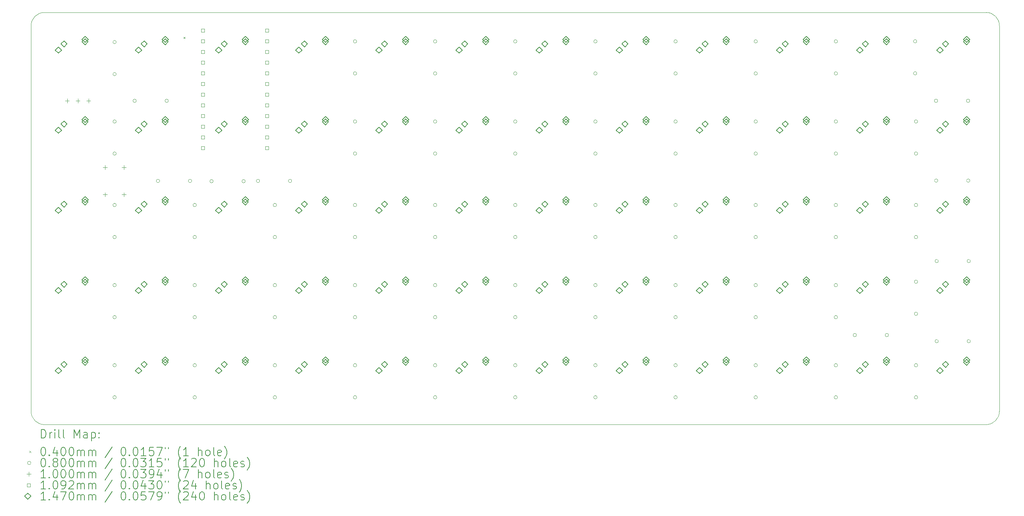
<source format=gbr>
%TF.GenerationSoftware,KiCad,Pcbnew,7.0.1*%
%TF.CreationDate,2023-04-09T22:51:26+02:00*%
%TF.ProjectId,t-rex,742d7265-782e-46b6-9963-61645f706362,rev?*%
%TF.SameCoordinates,Original*%
%TF.FileFunction,Drillmap*%
%TF.FilePolarity,Positive*%
%FSLAX45Y45*%
G04 Gerber Fmt 4.5, Leading zero omitted, Abs format (unit mm)*
G04 Created by KiCad (PCBNEW 7.0.1) date 2023-04-09 22:51:26*
%MOMM*%
%LPD*%
G01*
G04 APERTURE LIST*
%ADD10C,0.100000*%
%ADD11C,0.200000*%
%ADD12C,0.040000*%
%ADD13C,0.080000*%
%ADD14C,0.109220*%
%ADD15C,0.147000*%
G04 APERTURE END LIST*
D10*
X3570279Y-2185980D02*
X25958800Y-2184400D01*
X3570279Y-2185980D02*
G75*
G03*
X3254375Y-2501900I-1572J-314333D01*
G01*
X3254375Y-11668125D02*
G75*
G03*
X3571875Y-11985625I317500J0D01*
G01*
X25955625Y-11985625D02*
G75*
G03*
X26273125Y-11668125I-5J317505D01*
G01*
X25955625Y-11985625D02*
X3571875Y-11985625D01*
X3254375Y-11668125D02*
X3254375Y-2501900D01*
X26273125Y-11668125D02*
X26273125Y-2501900D01*
X26273140Y-2501900D02*
G75*
G03*
X25958800Y-2184400I-315920J1580D01*
G01*
D11*
D12*
X6877933Y-2765817D02*
X6917933Y-2805817D01*
X6917933Y-2765817D02*
X6877933Y-2805817D01*
D13*
X5278750Y-2889250D02*
G75*
G03*
X5278750Y-2889250I-40000J0D01*
G01*
X5278750Y-3651250D02*
G75*
G03*
X5278750Y-3651250I-40000J0D01*
G01*
X5278750Y-4778375D02*
G75*
G03*
X5278750Y-4778375I-40000J0D01*
G01*
X5278750Y-5540375D02*
G75*
G03*
X5278750Y-5540375I-40000J0D01*
G01*
X5278750Y-6762750D02*
G75*
G03*
X5278750Y-6762750I-40000J0D01*
G01*
X5278750Y-7524750D02*
G75*
G03*
X5278750Y-7524750I-40000J0D01*
G01*
X5278750Y-8667750D02*
G75*
G03*
X5278750Y-8667750I-40000J0D01*
G01*
X5278750Y-9429750D02*
G75*
G03*
X5278750Y-9429750I-40000J0D01*
G01*
X5278750Y-10572750D02*
G75*
G03*
X5278750Y-10572750I-40000J0D01*
G01*
X5278750Y-11334750D02*
G75*
G03*
X5278750Y-11334750I-40000J0D01*
G01*
X5755000Y-4286250D02*
G75*
G03*
X5755000Y-4286250I-40000J0D01*
G01*
X6310625Y-6191250D02*
G75*
G03*
X6310625Y-6191250I-40000J0D01*
G01*
X6517000Y-4286250D02*
G75*
G03*
X6517000Y-4286250I-40000J0D01*
G01*
X7072625Y-6191250D02*
G75*
G03*
X7072625Y-6191250I-40000J0D01*
G01*
X7183750Y-6762750D02*
G75*
G03*
X7183750Y-6762750I-40000J0D01*
G01*
X7183750Y-7524750D02*
G75*
G03*
X7183750Y-7524750I-40000J0D01*
G01*
X7183750Y-8667750D02*
G75*
G03*
X7183750Y-8667750I-40000J0D01*
G01*
X7183750Y-9429750D02*
G75*
G03*
X7183750Y-9429750I-40000J0D01*
G01*
X7183750Y-10572750D02*
G75*
G03*
X7183750Y-10572750I-40000J0D01*
G01*
X7183750Y-11334750D02*
G75*
G03*
X7183750Y-11334750I-40000J0D01*
G01*
X7583800Y-6197600D02*
G75*
G03*
X7583800Y-6197600I-40000J0D01*
G01*
X8345800Y-6197600D02*
G75*
G03*
X8345800Y-6197600I-40000J0D01*
G01*
X8688700Y-6191250D02*
G75*
G03*
X8688700Y-6191250I-40000J0D01*
G01*
X9088750Y-6762750D02*
G75*
G03*
X9088750Y-6762750I-40000J0D01*
G01*
X9088750Y-7524750D02*
G75*
G03*
X9088750Y-7524750I-40000J0D01*
G01*
X9088750Y-8667750D02*
G75*
G03*
X9088750Y-8667750I-40000J0D01*
G01*
X9088750Y-9429750D02*
G75*
G03*
X9088750Y-9429750I-40000J0D01*
G01*
X9088750Y-10572750D02*
G75*
G03*
X9088750Y-10572750I-40000J0D01*
G01*
X9088750Y-11334750D02*
G75*
G03*
X9088750Y-11334750I-40000J0D01*
G01*
X9450700Y-6191250D02*
G75*
G03*
X9450700Y-6191250I-40000J0D01*
G01*
X10993750Y-2873375D02*
G75*
G03*
X10993750Y-2873375I-40000J0D01*
G01*
X10993750Y-3635375D02*
G75*
G03*
X10993750Y-3635375I-40000J0D01*
G01*
X10993750Y-4778375D02*
G75*
G03*
X10993750Y-4778375I-40000J0D01*
G01*
X10993750Y-5540375D02*
G75*
G03*
X10993750Y-5540375I-40000J0D01*
G01*
X10993750Y-6762750D02*
G75*
G03*
X10993750Y-6762750I-40000J0D01*
G01*
X10993750Y-7524750D02*
G75*
G03*
X10993750Y-7524750I-40000J0D01*
G01*
X10993750Y-8667750D02*
G75*
G03*
X10993750Y-8667750I-40000J0D01*
G01*
X10993750Y-9429750D02*
G75*
G03*
X10993750Y-9429750I-40000J0D01*
G01*
X10993750Y-10572750D02*
G75*
G03*
X10993750Y-10572750I-40000J0D01*
G01*
X10993750Y-11334750D02*
G75*
G03*
X10993750Y-11334750I-40000J0D01*
G01*
X12898750Y-2873375D02*
G75*
G03*
X12898750Y-2873375I-40000J0D01*
G01*
X12898750Y-3635375D02*
G75*
G03*
X12898750Y-3635375I-40000J0D01*
G01*
X12898750Y-4778375D02*
G75*
G03*
X12898750Y-4778375I-40000J0D01*
G01*
X12898750Y-5540375D02*
G75*
G03*
X12898750Y-5540375I-40000J0D01*
G01*
X12898750Y-6762750D02*
G75*
G03*
X12898750Y-6762750I-40000J0D01*
G01*
X12898750Y-7524750D02*
G75*
G03*
X12898750Y-7524750I-40000J0D01*
G01*
X12898750Y-8667750D02*
G75*
G03*
X12898750Y-8667750I-40000J0D01*
G01*
X12898750Y-9429750D02*
G75*
G03*
X12898750Y-9429750I-40000J0D01*
G01*
X12898750Y-10572750D02*
G75*
G03*
X12898750Y-10572750I-40000J0D01*
G01*
X12898750Y-11334750D02*
G75*
G03*
X12898750Y-11334750I-40000J0D01*
G01*
X14803750Y-2873375D02*
G75*
G03*
X14803750Y-2873375I-40000J0D01*
G01*
X14803750Y-3635375D02*
G75*
G03*
X14803750Y-3635375I-40000J0D01*
G01*
X14803750Y-4778375D02*
G75*
G03*
X14803750Y-4778375I-40000J0D01*
G01*
X14803750Y-5540375D02*
G75*
G03*
X14803750Y-5540375I-40000J0D01*
G01*
X14803750Y-6762750D02*
G75*
G03*
X14803750Y-6762750I-40000J0D01*
G01*
X14803750Y-7524750D02*
G75*
G03*
X14803750Y-7524750I-40000J0D01*
G01*
X14803750Y-8667750D02*
G75*
G03*
X14803750Y-8667750I-40000J0D01*
G01*
X14803750Y-9429750D02*
G75*
G03*
X14803750Y-9429750I-40000J0D01*
G01*
X14803750Y-10572750D02*
G75*
G03*
X14803750Y-10572750I-40000J0D01*
G01*
X14803750Y-11334750D02*
G75*
G03*
X14803750Y-11334750I-40000J0D01*
G01*
X16708750Y-2873375D02*
G75*
G03*
X16708750Y-2873375I-40000J0D01*
G01*
X16708750Y-3635375D02*
G75*
G03*
X16708750Y-3635375I-40000J0D01*
G01*
X16708750Y-4778375D02*
G75*
G03*
X16708750Y-4778375I-40000J0D01*
G01*
X16708750Y-5540375D02*
G75*
G03*
X16708750Y-5540375I-40000J0D01*
G01*
X16708750Y-6762750D02*
G75*
G03*
X16708750Y-6762750I-40000J0D01*
G01*
X16708750Y-7524750D02*
G75*
G03*
X16708750Y-7524750I-40000J0D01*
G01*
X16708750Y-8667750D02*
G75*
G03*
X16708750Y-8667750I-40000J0D01*
G01*
X16708750Y-9429750D02*
G75*
G03*
X16708750Y-9429750I-40000J0D01*
G01*
X16708750Y-10572750D02*
G75*
G03*
X16708750Y-10572750I-40000J0D01*
G01*
X16708750Y-11334750D02*
G75*
G03*
X16708750Y-11334750I-40000J0D01*
G01*
X18613750Y-2873375D02*
G75*
G03*
X18613750Y-2873375I-40000J0D01*
G01*
X18613750Y-3635375D02*
G75*
G03*
X18613750Y-3635375I-40000J0D01*
G01*
X18613750Y-4778375D02*
G75*
G03*
X18613750Y-4778375I-40000J0D01*
G01*
X18613750Y-5540375D02*
G75*
G03*
X18613750Y-5540375I-40000J0D01*
G01*
X18613750Y-6762750D02*
G75*
G03*
X18613750Y-6762750I-40000J0D01*
G01*
X18613750Y-7524750D02*
G75*
G03*
X18613750Y-7524750I-40000J0D01*
G01*
X18613750Y-8667750D02*
G75*
G03*
X18613750Y-8667750I-40000J0D01*
G01*
X18613750Y-9429750D02*
G75*
G03*
X18613750Y-9429750I-40000J0D01*
G01*
X18613750Y-10572750D02*
G75*
G03*
X18613750Y-10572750I-40000J0D01*
G01*
X18613750Y-11334750D02*
G75*
G03*
X18613750Y-11334750I-40000J0D01*
G01*
X20518750Y-2873375D02*
G75*
G03*
X20518750Y-2873375I-40000J0D01*
G01*
X20518750Y-3635375D02*
G75*
G03*
X20518750Y-3635375I-40000J0D01*
G01*
X20518750Y-4778375D02*
G75*
G03*
X20518750Y-4778375I-40000J0D01*
G01*
X20518750Y-5540375D02*
G75*
G03*
X20518750Y-5540375I-40000J0D01*
G01*
X20518750Y-6762750D02*
G75*
G03*
X20518750Y-6762750I-40000J0D01*
G01*
X20518750Y-7524750D02*
G75*
G03*
X20518750Y-7524750I-40000J0D01*
G01*
X20518750Y-8667750D02*
G75*
G03*
X20518750Y-8667750I-40000J0D01*
G01*
X20518750Y-9429750D02*
G75*
G03*
X20518750Y-9429750I-40000J0D01*
G01*
X20518750Y-10572750D02*
G75*
G03*
X20518750Y-10572750I-40000J0D01*
G01*
X20518750Y-11334750D02*
G75*
G03*
X20518750Y-11334750I-40000J0D01*
G01*
X22423750Y-2873375D02*
G75*
G03*
X22423750Y-2873375I-40000J0D01*
G01*
X22423750Y-3635375D02*
G75*
G03*
X22423750Y-3635375I-40000J0D01*
G01*
X22423750Y-4778375D02*
G75*
G03*
X22423750Y-4778375I-40000J0D01*
G01*
X22423750Y-5540375D02*
G75*
G03*
X22423750Y-5540375I-40000J0D01*
G01*
X22423750Y-6762750D02*
G75*
G03*
X22423750Y-6762750I-40000J0D01*
G01*
X22423750Y-7524750D02*
G75*
G03*
X22423750Y-7524750I-40000J0D01*
G01*
X22423750Y-8667750D02*
G75*
G03*
X22423750Y-8667750I-40000J0D01*
G01*
X22423750Y-9429750D02*
G75*
G03*
X22423750Y-9429750I-40000J0D01*
G01*
X22423750Y-10572750D02*
G75*
G03*
X22423750Y-10572750I-40000J0D01*
G01*
X22423750Y-11334750D02*
G75*
G03*
X22423750Y-11334750I-40000J0D01*
G01*
X22874600Y-9855200D02*
G75*
G03*
X22874600Y-9855200I-40000J0D01*
G01*
X23636600Y-9855200D02*
G75*
G03*
X23636600Y-9855200I-40000J0D01*
G01*
X24309700Y-2870200D02*
G75*
G03*
X24309700Y-2870200I-40000J0D01*
G01*
X24309700Y-3632200D02*
G75*
G03*
X24309700Y-3632200I-40000J0D01*
G01*
X24328750Y-4778375D02*
G75*
G03*
X24328750Y-4778375I-40000J0D01*
G01*
X24328750Y-5540375D02*
G75*
G03*
X24328750Y-5540375I-40000J0D01*
G01*
X24328750Y-6762750D02*
G75*
G03*
X24328750Y-6762750I-40000J0D01*
G01*
X24328750Y-7524750D02*
G75*
G03*
X24328750Y-7524750I-40000J0D01*
G01*
X24328750Y-8588375D02*
G75*
G03*
X24328750Y-8588375I-40000J0D01*
G01*
X24328750Y-9350375D02*
G75*
G03*
X24328750Y-9350375I-40000J0D01*
G01*
X24328750Y-10572750D02*
G75*
G03*
X24328750Y-10572750I-40000J0D01*
G01*
X24328750Y-11334750D02*
G75*
G03*
X24328750Y-11334750I-40000J0D01*
G01*
X24805000Y-4286250D02*
G75*
G03*
X24805000Y-4286250I-40000J0D01*
G01*
X24810080Y-6182360D02*
G75*
G03*
X24810080Y-6182360I-40000J0D01*
G01*
X24820875Y-8096250D02*
G75*
G03*
X24820875Y-8096250I-40000J0D01*
G01*
X24820875Y-10001250D02*
G75*
G03*
X24820875Y-10001250I-40000J0D01*
G01*
X25567000Y-4286250D02*
G75*
G03*
X25567000Y-4286250I-40000J0D01*
G01*
X25572080Y-6182360D02*
G75*
G03*
X25572080Y-6182360I-40000J0D01*
G01*
X25582875Y-8096250D02*
G75*
G03*
X25582875Y-8096250I-40000J0D01*
G01*
X25582875Y-10001250D02*
G75*
G03*
X25582875Y-10001250I-40000J0D01*
G01*
D10*
X4111625Y-4236250D02*
X4111625Y-4336250D01*
X4061625Y-4286250D02*
X4161625Y-4286250D01*
X4365625Y-4236250D02*
X4365625Y-4336250D01*
X4315625Y-4286250D02*
X4415625Y-4286250D01*
X4619625Y-4236250D02*
X4619625Y-4336250D01*
X4569625Y-4286250D02*
X4669625Y-4286250D01*
X5013750Y-5816250D02*
X5013750Y-5916250D01*
X4963750Y-5866250D02*
X5063750Y-5866250D01*
X5013750Y-6466250D02*
X5013750Y-6566250D01*
X4963750Y-6516250D02*
X5063750Y-6516250D01*
X5463750Y-5816250D02*
X5463750Y-5916250D01*
X5413750Y-5866250D02*
X5513750Y-5866250D01*
X5463750Y-6466250D02*
X5463750Y-6566250D01*
X5413750Y-6516250D02*
X5513750Y-6516250D01*
D14*
X7372865Y-2650291D02*
X7372865Y-2573060D01*
X7295634Y-2573060D01*
X7295634Y-2650291D01*
X7372865Y-2650291D01*
X7372865Y-2904290D02*
X7372865Y-2827059D01*
X7295634Y-2827059D01*
X7295634Y-2904290D01*
X7372865Y-2904290D01*
X7372865Y-3158290D02*
X7372865Y-3081059D01*
X7295634Y-3081059D01*
X7295634Y-3158290D01*
X7372865Y-3158290D01*
X7372865Y-3412290D02*
X7372865Y-3335059D01*
X7295634Y-3335059D01*
X7295634Y-3412290D01*
X7372865Y-3412290D01*
X7372865Y-3666290D02*
X7372865Y-3589059D01*
X7295634Y-3589059D01*
X7295634Y-3666290D01*
X7372865Y-3666290D01*
X7372865Y-3920290D02*
X7372865Y-3843059D01*
X7295634Y-3843059D01*
X7295634Y-3920290D01*
X7372865Y-3920290D01*
X7372865Y-4174290D02*
X7372865Y-4097059D01*
X7295634Y-4097059D01*
X7295634Y-4174290D01*
X7372865Y-4174290D01*
X7372865Y-4428291D02*
X7372865Y-4351060D01*
X7295634Y-4351060D01*
X7295634Y-4428291D01*
X7372865Y-4428291D01*
X7372865Y-4682291D02*
X7372865Y-4605060D01*
X7295634Y-4605060D01*
X7295634Y-4682291D01*
X7372865Y-4682291D01*
X7372865Y-4936291D02*
X7372865Y-4859060D01*
X7295634Y-4859060D01*
X7295634Y-4936291D01*
X7372865Y-4936291D01*
X7372865Y-5190291D02*
X7372865Y-5113060D01*
X7295634Y-5113060D01*
X7295634Y-5190291D01*
X7372865Y-5190291D01*
X7372865Y-5444291D02*
X7372865Y-5367060D01*
X7295634Y-5367060D01*
X7295634Y-5444291D01*
X7372865Y-5444291D01*
X8896866Y-2650291D02*
X8896866Y-2573060D01*
X8819635Y-2573060D01*
X8819635Y-2650291D01*
X8896866Y-2650291D01*
X8896866Y-2904290D02*
X8896866Y-2827059D01*
X8819635Y-2827059D01*
X8819635Y-2904290D01*
X8896866Y-2904290D01*
X8896866Y-3158290D02*
X8896866Y-3081059D01*
X8819635Y-3081059D01*
X8819635Y-3158290D01*
X8896866Y-3158290D01*
X8896866Y-3412290D02*
X8896866Y-3335059D01*
X8819635Y-3335059D01*
X8819635Y-3412290D01*
X8896866Y-3412290D01*
X8896866Y-3666290D02*
X8896866Y-3589059D01*
X8819635Y-3589059D01*
X8819635Y-3666290D01*
X8896866Y-3666290D01*
X8896866Y-3920290D02*
X8896866Y-3843059D01*
X8819635Y-3843059D01*
X8819635Y-3920290D01*
X8896866Y-3920290D01*
X8896866Y-4174290D02*
X8896866Y-4097059D01*
X8819635Y-4097059D01*
X8819635Y-4174290D01*
X8896866Y-4174290D01*
X8896866Y-4428291D02*
X8896866Y-4351060D01*
X8819635Y-4351060D01*
X8819635Y-4428291D01*
X8896866Y-4428291D01*
X8896866Y-4682291D02*
X8896866Y-4605060D01*
X8819635Y-4605060D01*
X8819635Y-4682291D01*
X8896866Y-4682291D01*
X8896866Y-4936291D02*
X8896866Y-4859060D01*
X8819635Y-4859060D01*
X8819635Y-4936291D01*
X8896866Y-4936291D01*
X8896866Y-5190291D02*
X8896866Y-5113060D01*
X8819635Y-5113060D01*
X8819635Y-5190291D01*
X8896866Y-5190291D01*
X8896866Y-5444291D02*
X8896866Y-5367060D01*
X8819635Y-5367060D01*
X8819635Y-5444291D01*
X8896866Y-5444291D01*
D15*
X3905250Y-3153250D02*
X3978750Y-3079750D01*
X3905250Y-3006250D01*
X3831750Y-3079750D01*
X3905250Y-3153250D01*
X3905250Y-5058250D02*
X3978750Y-4984750D01*
X3905250Y-4911250D01*
X3831750Y-4984750D01*
X3905250Y-5058250D01*
X3905250Y-6963250D02*
X3978750Y-6889750D01*
X3905250Y-6816250D01*
X3831750Y-6889750D01*
X3905250Y-6963250D01*
X3905250Y-8868250D02*
X3978750Y-8794750D01*
X3905250Y-8721250D01*
X3831750Y-8794750D01*
X3905250Y-8868250D01*
X3905250Y-10773250D02*
X3978750Y-10699750D01*
X3905250Y-10626250D01*
X3831750Y-10699750D01*
X3905250Y-10773250D01*
X4036250Y-3007250D02*
X4109750Y-2933750D01*
X4036250Y-2860250D01*
X3962750Y-2933750D01*
X4036250Y-3007250D01*
X4036250Y-4912250D02*
X4109750Y-4838750D01*
X4036250Y-4765250D01*
X3962750Y-4838750D01*
X4036250Y-4912250D01*
X4036250Y-6817250D02*
X4109750Y-6743750D01*
X4036250Y-6670250D01*
X3962750Y-6743750D01*
X4036250Y-6817250D01*
X4036250Y-8722250D02*
X4109750Y-8648750D01*
X4036250Y-8575250D01*
X3962750Y-8648750D01*
X4036250Y-8722250D01*
X4036250Y-10627250D02*
X4109750Y-10553750D01*
X4036250Y-10480250D01*
X3962750Y-10553750D01*
X4036250Y-10627250D01*
X4536250Y-2957250D02*
X4609750Y-2883750D01*
X4536250Y-2810250D01*
X4462750Y-2883750D01*
X4536250Y-2957250D01*
X4536250Y-4862250D02*
X4609750Y-4788750D01*
X4536250Y-4715250D01*
X4462750Y-4788750D01*
X4536250Y-4862250D01*
X4536250Y-6767250D02*
X4609750Y-6693750D01*
X4536250Y-6620250D01*
X4462750Y-6693750D01*
X4536250Y-6767250D01*
X4536250Y-8672250D02*
X4609750Y-8598750D01*
X4536250Y-8525250D01*
X4462750Y-8598750D01*
X4536250Y-8672250D01*
X4536250Y-10577250D02*
X4609750Y-10503750D01*
X4536250Y-10430250D01*
X4462750Y-10503750D01*
X4536250Y-10577250D01*
X4540250Y-2899250D02*
X4613750Y-2825750D01*
X4540250Y-2752250D01*
X4466750Y-2825750D01*
X4540250Y-2899250D01*
X4540250Y-4804250D02*
X4613750Y-4730750D01*
X4540250Y-4657250D01*
X4466750Y-4730750D01*
X4540250Y-4804250D01*
X4540250Y-6709250D02*
X4613750Y-6635750D01*
X4540250Y-6562250D01*
X4466750Y-6635750D01*
X4540250Y-6709250D01*
X4540250Y-8614250D02*
X4613750Y-8540750D01*
X4540250Y-8467250D01*
X4466750Y-8540750D01*
X4540250Y-8614250D01*
X4540250Y-10519250D02*
X4613750Y-10445750D01*
X4540250Y-10372250D01*
X4466750Y-10445750D01*
X4540250Y-10519250D01*
X5810250Y-3153250D02*
X5883750Y-3079750D01*
X5810250Y-3006250D01*
X5736750Y-3079750D01*
X5810250Y-3153250D01*
X5810250Y-5058250D02*
X5883750Y-4984750D01*
X5810250Y-4911250D01*
X5736750Y-4984750D01*
X5810250Y-5058250D01*
X5810250Y-6963250D02*
X5883750Y-6889750D01*
X5810250Y-6816250D01*
X5736750Y-6889750D01*
X5810250Y-6963250D01*
X5810250Y-8868250D02*
X5883750Y-8794750D01*
X5810250Y-8721250D01*
X5736750Y-8794750D01*
X5810250Y-8868250D01*
X5810250Y-10773250D02*
X5883750Y-10699750D01*
X5810250Y-10626250D01*
X5736750Y-10699750D01*
X5810250Y-10773250D01*
X5941250Y-3007250D02*
X6014750Y-2933750D01*
X5941250Y-2860250D01*
X5867750Y-2933750D01*
X5941250Y-3007250D01*
X5941250Y-4912250D02*
X6014750Y-4838750D01*
X5941250Y-4765250D01*
X5867750Y-4838750D01*
X5941250Y-4912250D01*
X5941250Y-6817250D02*
X6014750Y-6743750D01*
X5941250Y-6670250D01*
X5867750Y-6743750D01*
X5941250Y-6817250D01*
X5941250Y-8722250D02*
X6014750Y-8648750D01*
X5941250Y-8575250D01*
X5867750Y-8648750D01*
X5941250Y-8722250D01*
X5941250Y-10627250D02*
X6014750Y-10553750D01*
X5941250Y-10480250D01*
X5867750Y-10553750D01*
X5941250Y-10627250D01*
X6441250Y-2957250D02*
X6514750Y-2883750D01*
X6441250Y-2810250D01*
X6367750Y-2883750D01*
X6441250Y-2957250D01*
X6441250Y-4862250D02*
X6514750Y-4788750D01*
X6441250Y-4715250D01*
X6367750Y-4788750D01*
X6441250Y-4862250D01*
X6441250Y-6767250D02*
X6514750Y-6693750D01*
X6441250Y-6620250D01*
X6367750Y-6693750D01*
X6441250Y-6767250D01*
X6441250Y-8672250D02*
X6514750Y-8598750D01*
X6441250Y-8525250D01*
X6367750Y-8598750D01*
X6441250Y-8672250D01*
X6441250Y-10577250D02*
X6514750Y-10503750D01*
X6441250Y-10430250D01*
X6367750Y-10503750D01*
X6441250Y-10577250D01*
X6445250Y-2899250D02*
X6518750Y-2825750D01*
X6445250Y-2752250D01*
X6371750Y-2825750D01*
X6445250Y-2899250D01*
X6445250Y-4804250D02*
X6518750Y-4730750D01*
X6445250Y-4657250D01*
X6371750Y-4730750D01*
X6445250Y-4804250D01*
X6445250Y-6709250D02*
X6518750Y-6635750D01*
X6445250Y-6562250D01*
X6371750Y-6635750D01*
X6445250Y-6709250D01*
X6445250Y-8614250D02*
X6518750Y-8540750D01*
X6445250Y-8467250D01*
X6371750Y-8540750D01*
X6445250Y-8614250D01*
X6445250Y-10519250D02*
X6518750Y-10445750D01*
X6445250Y-10372250D01*
X6371750Y-10445750D01*
X6445250Y-10519250D01*
X7715250Y-3153250D02*
X7788750Y-3079750D01*
X7715250Y-3006250D01*
X7641750Y-3079750D01*
X7715250Y-3153250D01*
X7715250Y-5058250D02*
X7788750Y-4984750D01*
X7715250Y-4911250D01*
X7641750Y-4984750D01*
X7715250Y-5058250D01*
X7715250Y-6963250D02*
X7788750Y-6889750D01*
X7715250Y-6816250D01*
X7641750Y-6889750D01*
X7715250Y-6963250D01*
X7715250Y-8868250D02*
X7788750Y-8794750D01*
X7715250Y-8721250D01*
X7641750Y-8794750D01*
X7715250Y-8868250D01*
X7715250Y-10773250D02*
X7788750Y-10699750D01*
X7715250Y-10626250D01*
X7641750Y-10699750D01*
X7715250Y-10773250D01*
X7846250Y-3007250D02*
X7919750Y-2933750D01*
X7846250Y-2860250D01*
X7772750Y-2933750D01*
X7846250Y-3007250D01*
X7846250Y-4912250D02*
X7919750Y-4838750D01*
X7846250Y-4765250D01*
X7772750Y-4838750D01*
X7846250Y-4912250D01*
X7846250Y-6817250D02*
X7919750Y-6743750D01*
X7846250Y-6670250D01*
X7772750Y-6743750D01*
X7846250Y-6817250D01*
X7846250Y-8722250D02*
X7919750Y-8648750D01*
X7846250Y-8575250D01*
X7772750Y-8648750D01*
X7846250Y-8722250D01*
X7846250Y-10627250D02*
X7919750Y-10553750D01*
X7846250Y-10480250D01*
X7772750Y-10553750D01*
X7846250Y-10627250D01*
X8346250Y-2957250D02*
X8419750Y-2883750D01*
X8346250Y-2810250D01*
X8272750Y-2883750D01*
X8346250Y-2957250D01*
X8346250Y-4862250D02*
X8419750Y-4788750D01*
X8346250Y-4715250D01*
X8272750Y-4788750D01*
X8346250Y-4862250D01*
X8346250Y-6767250D02*
X8419750Y-6693750D01*
X8346250Y-6620250D01*
X8272750Y-6693750D01*
X8346250Y-6767250D01*
X8346250Y-8672250D02*
X8419750Y-8598750D01*
X8346250Y-8525250D01*
X8272750Y-8598750D01*
X8346250Y-8672250D01*
X8346250Y-10577250D02*
X8419750Y-10503750D01*
X8346250Y-10430250D01*
X8272750Y-10503750D01*
X8346250Y-10577250D01*
X8350250Y-2899250D02*
X8423750Y-2825750D01*
X8350250Y-2752250D01*
X8276750Y-2825750D01*
X8350250Y-2899250D01*
X8350250Y-4804250D02*
X8423750Y-4730750D01*
X8350250Y-4657250D01*
X8276750Y-4730750D01*
X8350250Y-4804250D01*
X8350250Y-6709250D02*
X8423750Y-6635750D01*
X8350250Y-6562250D01*
X8276750Y-6635750D01*
X8350250Y-6709250D01*
X8350250Y-8614250D02*
X8423750Y-8540750D01*
X8350250Y-8467250D01*
X8276750Y-8540750D01*
X8350250Y-8614250D01*
X8350250Y-10519250D02*
X8423750Y-10445750D01*
X8350250Y-10372250D01*
X8276750Y-10445750D01*
X8350250Y-10519250D01*
X9620250Y-3153250D02*
X9693750Y-3079750D01*
X9620250Y-3006250D01*
X9546750Y-3079750D01*
X9620250Y-3153250D01*
X9620250Y-5058250D02*
X9693750Y-4984750D01*
X9620250Y-4911250D01*
X9546750Y-4984750D01*
X9620250Y-5058250D01*
X9620250Y-6963250D02*
X9693750Y-6889750D01*
X9620250Y-6816250D01*
X9546750Y-6889750D01*
X9620250Y-6963250D01*
X9620250Y-8868250D02*
X9693750Y-8794750D01*
X9620250Y-8721250D01*
X9546750Y-8794750D01*
X9620250Y-8868250D01*
X9620250Y-10773250D02*
X9693750Y-10699750D01*
X9620250Y-10626250D01*
X9546750Y-10699750D01*
X9620250Y-10773250D01*
X9751250Y-3007250D02*
X9824750Y-2933750D01*
X9751250Y-2860250D01*
X9677750Y-2933750D01*
X9751250Y-3007250D01*
X9751250Y-4912250D02*
X9824750Y-4838750D01*
X9751250Y-4765250D01*
X9677750Y-4838750D01*
X9751250Y-4912250D01*
X9751250Y-6817250D02*
X9824750Y-6743750D01*
X9751250Y-6670250D01*
X9677750Y-6743750D01*
X9751250Y-6817250D01*
X9751250Y-8722250D02*
X9824750Y-8648750D01*
X9751250Y-8575250D01*
X9677750Y-8648750D01*
X9751250Y-8722250D01*
X9751250Y-10627250D02*
X9824750Y-10553750D01*
X9751250Y-10480250D01*
X9677750Y-10553750D01*
X9751250Y-10627250D01*
X10251250Y-2957250D02*
X10324750Y-2883750D01*
X10251250Y-2810250D01*
X10177750Y-2883750D01*
X10251250Y-2957250D01*
X10251250Y-4862250D02*
X10324750Y-4788750D01*
X10251250Y-4715250D01*
X10177750Y-4788750D01*
X10251250Y-4862250D01*
X10251250Y-6767250D02*
X10324750Y-6693750D01*
X10251250Y-6620250D01*
X10177750Y-6693750D01*
X10251250Y-6767250D01*
X10251250Y-8672250D02*
X10324750Y-8598750D01*
X10251250Y-8525250D01*
X10177750Y-8598750D01*
X10251250Y-8672250D01*
X10251250Y-10577250D02*
X10324750Y-10503750D01*
X10251250Y-10430250D01*
X10177750Y-10503750D01*
X10251250Y-10577250D01*
X10255250Y-2899250D02*
X10328750Y-2825750D01*
X10255250Y-2752250D01*
X10181750Y-2825750D01*
X10255250Y-2899250D01*
X10255250Y-4804250D02*
X10328750Y-4730750D01*
X10255250Y-4657250D01*
X10181750Y-4730750D01*
X10255250Y-4804250D01*
X10255250Y-6709250D02*
X10328750Y-6635750D01*
X10255250Y-6562250D01*
X10181750Y-6635750D01*
X10255250Y-6709250D01*
X10255250Y-8614250D02*
X10328750Y-8540750D01*
X10255250Y-8467250D01*
X10181750Y-8540750D01*
X10255250Y-8614250D01*
X10255250Y-10519250D02*
X10328750Y-10445750D01*
X10255250Y-10372250D01*
X10181750Y-10445750D01*
X10255250Y-10519250D01*
X11525250Y-3153250D02*
X11598750Y-3079750D01*
X11525250Y-3006250D01*
X11451750Y-3079750D01*
X11525250Y-3153250D01*
X11525250Y-5058250D02*
X11598750Y-4984750D01*
X11525250Y-4911250D01*
X11451750Y-4984750D01*
X11525250Y-5058250D01*
X11525250Y-6963250D02*
X11598750Y-6889750D01*
X11525250Y-6816250D01*
X11451750Y-6889750D01*
X11525250Y-6963250D01*
X11525250Y-8868250D02*
X11598750Y-8794750D01*
X11525250Y-8721250D01*
X11451750Y-8794750D01*
X11525250Y-8868250D01*
X11525250Y-10773250D02*
X11598750Y-10699750D01*
X11525250Y-10626250D01*
X11451750Y-10699750D01*
X11525250Y-10773250D01*
X11656250Y-3007250D02*
X11729750Y-2933750D01*
X11656250Y-2860250D01*
X11582750Y-2933750D01*
X11656250Y-3007250D01*
X11656250Y-4912250D02*
X11729750Y-4838750D01*
X11656250Y-4765250D01*
X11582750Y-4838750D01*
X11656250Y-4912250D01*
X11656250Y-6817250D02*
X11729750Y-6743750D01*
X11656250Y-6670250D01*
X11582750Y-6743750D01*
X11656250Y-6817250D01*
X11656250Y-8722250D02*
X11729750Y-8648750D01*
X11656250Y-8575250D01*
X11582750Y-8648750D01*
X11656250Y-8722250D01*
X11656250Y-10627250D02*
X11729750Y-10553750D01*
X11656250Y-10480250D01*
X11582750Y-10553750D01*
X11656250Y-10627250D01*
X12156250Y-2957250D02*
X12229750Y-2883750D01*
X12156250Y-2810250D01*
X12082750Y-2883750D01*
X12156250Y-2957250D01*
X12156250Y-4862250D02*
X12229750Y-4788750D01*
X12156250Y-4715250D01*
X12082750Y-4788750D01*
X12156250Y-4862250D01*
X12156250Y-6767250D02*
X12229750Y-6693750D01*
X12156250Y-6620250D01*
X12082750Y-6693750D01*
X12156250Y-6767250D01*
X12156250Y-8672250D02*
X12229750Y-8598750D01*
X12156250Y-8525250D01*
X12082750Y-8598750D01*
X12156250Y-8672250D01*
X12156250Y-10577250D02*
X12229750Y-10503750D01*
X12156250Y-10430250D01*
X12082750Y-10503750D01*
X12156250Y-10577250D01*
X12160250Y-2899250D02*
X12233750Y-2825750D01*
X12160250Y-2752250D01*
X12086750Y-2825750D01*
X12160250Y-2899250D01*
X12160250Y-4804250D02*
X12233750Y-4730750D01*
X12160250Y-4657250D01*
X12086750Y-4730750D01*
X12160250Y-4804250D01*
X12160250Y-6709250D02*
X12233750Y-6635750D01*
X12160250Y-6562250D01*
X12086750Y-6635750D01*
X12160250Y-6709250D01*
X12160250Y-8614250D02*
X12233750Y-8540750D01*
X12160250Y-8467250D01*
X12086750Y-8540750D01*
X12160250Y-8614250D01*
X12160250Y-10519250D02*
X12233750Y-10445750D01*
X12160250Y-10372250D01*
X12086750Y-10445750D01*
X12160250Y-10519250D01*
X13430250Y-3153250D02*
X13503750Y-3079750D01*
X13430250Y-3006250D01*
X13356750Y-3079750D01*
X13430250Y-3153250D01*
X13430250Y-5058250D02*
X13503750Y-4984750D01*
X13430250Y-4911250D01*
X13356750Y-4984750D01*
X13430250Y-5058250D01*
X13430250Y-6963250D02*
X13503750Y-6889750D01*
X13430250Y-6816250D01*
X13356750Y-6889750D01*
X13430250Y-6963250D01*
X13430250Y-8868250D02*
X13503750Y-8794750D01*
X13430250Y-8721250D01*
X13356750Y-8794750D01*
X13430250Y-8868250D01*
X13430250Y-10773250D02*
X13503750Y-10699750D01*
X13430250Y-10626250D01*
X13356750Y-10699750D01*
X13430250Y-10773250D01*
X13561250Y-3007250D02*
X13634750Y-2933750D01*
X13561250Y-2860250D01*
X13487750Y-2933750D01*
X13561250Y-3007250D01*
X13561250Y-4912250D02*
X13634750Y-4838750D01*
X13561250Y-4765250D01*
X13487750Y-4838750D01*
X13561250Y-4912250D01*
X13561250Y-6817250D02*
X13634750Y-6743750D01*
X13561250Y-6670250D01*
X13487750Y-6743750D01*
X13561250Y-6817250D01*
X13561250Y-8722250D02*
X13634750Y-8648750D01*
X13561250Y-8575250D01*
X13487750Y-8648750D01*
X13561250Y-8722250D01*
X13561250Y-10627250D02*
X13634750Y-10553750D01*
X13561250Y-10480250D01*
X13487750Y-10553750D01*
X13561250Y-10627250D01*
X14061250Y-2957250D02*
X14134750Y-2883750D01*
X14061250Y-2810250D01*
X13987750Y-2883750D01*
X14061250Y-2957250D01*
X14061250Y-4862250D02*
X14134750Y-4788750D01*
X14061250Y-4715250D01*
X13987750Y-4788750D01*
X14061250Y-4862250D01*
X14061250Y-6767250D02*
X14134750Y-6693750D01*
X14061250Y-6620250D01*
X13987750Y-6693750D01*
X14061250Y-6767250D01*
X14061250Y-8672250D02*
X14134750Y-8598750D01*
X14061250Y-8525250D01*
X13987750Y-8598750D01*
X14061250Y-8672250D01*
X14061250Y-10577250D02*
X14134750Y-10503750D01*
X14061250Y-10430250D01*
X13987750Y-10503750D01*
X14061250Y-10577250D01*
X14065250Y-2899250D02*
X14138750Y-2825750D01*
X14065250Y-2752250D01*
X13991750Y-2825750D01*
X14065250Y-2899250D01*
X14065250Y-4804250D02*
X14138750Y-4730750D01*
X14065250Y-4657250D01*
X13991750Y-4730750D01*
X14065250Y-4804250D01*
X14065250Y-6709250D02*
X14138750Y-6635750D01*
X14065250Y-6562250D01*
X13991750Y-6635750D01*
X14065250Y-6709250D01*
X14065250Y-8614250D02*
X14138750Y-8540750D01*
X14065250Y-8467250D01*
X13991750Y-8540750D01*
X14065250Y-8614250D01*
X14065250Y-10519250D02*
X14138750Y-10445750D01*
X14065250Y-10372250D01*
X13991750Y-10445750D01*
X14065250Y-10519250D01*
X15335250Y-3153250D02*
X15408750Y-3079750D01*
X15335250Y-3006250D01*
X15261750Y-3079750D01*
X15335250Y-3153250D01*
X15335250Y-5058250D02*
X15408750Y-4984750D01*
X15335250Y-4911250D01*
X15261750Y-4984750D01*
X15335250Y-5058250D01*
X15335250Y-6963250D02*
X15408750Y-6889750D01*
X15335250Y-6816250D01*
X15261750Y-6889750D01*
X15335250Y-6963250D01*
X15335250Y-8868250D02*
X15408750Y-8794750D01*
X15335250Y-8721250D01*
X15261750Y-8794750D01*
X15335250Y-8868250D01*
X15335250Y-10773250D02*
X15408750Y-10699750D01*
X15335250Y-10626250D01*
X15261750Y-10699750D01*
X15335250Y-10773250D01*
X15466250Y-3007250D02*
X15539750Y-2933750D01*
X15466250Y-2860250D01*
X15392750Y-2933750D01*
X15466250Y-3007250D01*
X15466250Y-4912250D02*
X15539750Y-4838750D01*
X15466250Y-4765250D01*
X15392750Y-4838750D01*
X15466250Y-4912250D01*
X15466250Y-6817250D02*
X15539750Y-6743750D01*
X15466250Y-6670250D01*
X15392750Y-6743750D01*
X15466250Y-6817250D01*
X15466250Y-8722250D02*
X15539750Y-8648750D01*
X15466250Y-8575250D01*
X15392750Y-8648750D01*
X15466250Y-8722250D01*
X15466250Y-10627250D02*
X15539750Y-10553750D01*
X15466250Y-10480250D01*
X15392750Y-10553750D01*
X15466250Y-10627250D01*
X15966250Y-2957250D02*
X16039750Y-2883750D01*
X15966250Y-2810250D01*
X15892750Y-2883750D01*
X15966250Y-2957250D01*
X15966250Y-4862250D02*
X16039750Y-4788750D01*
X15966250Y-4715250D01*
X15892750Y-4788750D01*
X15966250Y-4862250D01*
X15966250Y-6767250D02*
X16039750Y-6693750D01*
X15966250Y-6620250D01*
X15892750Y-6693750D01*
X15966250Y-6767250D01*
X15966250Y-8672250D02*
X16039750Y-8598750D01*
X15966250Y-8525250D01*
X15892750Y-8598750D01*
X15966250Y-8672250D01*
X15966250Y-10577250D02*
X16039750Y-10503750D01*
X15966250Y-10430250D01*
X15892750Y-10503750D01*
X15966250Y-10577250D01*
X15970250Y-2899250D02*
X16043750Y-2825750D01*
X15970250Y-2752250D01*
X15896750Y-2825750D01*
X15970250Y-2899250D01*
X15970250Y-4804250D02*
X16043750Y-4730750D01*
X15970250Y-4657250D01*
X15896750Y-4730750D01*
X15970250Y-4804250D01*
X15970250Y-6709250D02*
X16043750Y-6635750D01*
X15970250Y-6562250D01*
X15896750Y-6635750D01*
X15970250Y-6709250D01*
X15970250Y-8614250D02*
X16043750Y-8540750D01*
X15970250Y-8467250D01*
X15896750Y-8540750D01*
X15970250Y-8614250D01*
X15970250Y-10519250D02*
X16043750Y-10445750D01*
X15970250Y-10372250D01*
X15896750Y-10445750D01*
X15970250Y-10519250D01*
X17240250Y-3153250D02*
X17313750Y-3079750D01*
X17240250Y-3006250D01*
X17166750Y-3079750D01*
X17240250Y-3153250D01*
X17240250Y-5058250D02*
X17313750Y-4984750D01*
X17240250Y-4911250D01*
X17166750Y-4984750D01*
X17240250Y-5058250D01*
X17240250Y-6963250D02*
X17313750Y-6889750D01*
X17240250Y-6816250D01*
X17166750Y-6889750D01*
X17240250Y-6963250D01*
X17240250Y-8868250D02*
X17313750Y-8794750D01*
X17240250Y-8721250D01*
X17166750Y-8794750D01*
X17240250Y-8868250D01*
X17240250Y-10773250D02*
X17313750Y-10699750D01*
X17240250Y-10626250D01*
X17166750Y-10699750D01*
X17240250Y-10773250D01*
X17371250Y-3007250D02*
X17444750Y-2933750D01*
X17371250Y-2860250D01*
X17297750Y-2933750D01*
X17371250Y-3007250D01*
X17371250Y-4912250D02*
X17444750Y-4838750D01*
X17371250Y-4765250D01*
X17297750Y-4838750D01*
X17371250Y-4912250D01*
X17371250Y-6817250D02*
X17444750Y-6743750D01*
X17371250Y-6670250D01*
X17297750Y-6743750D01*
X17371250Y-6817250D01*
X17371250Y-8722250D02*
X17444750Y-8648750D01*
X17371250Y-8575250D01*
X17297750Y-8648750D01*
X17371250Y-8722250D01*
X17371250Y-10627250D02*
X17444750Y-10553750D01*
X17371250Y-10480250D01*
X17297750Y-10553750D01*
X17371250Y-10627250D01*
X17871250Y-2957250D02*
X17944750Y-2883750D01*
X17871250Y-2810250D01*
X17797750Y-2883750D01*
X17871250Y-2957250D01*
X17871250Y-4862250D02*
X17944750Y-4788750D01*
X17871250Y-4715250D01*
X17797750Y-4788750D01*
X17871250Y-4862250D01*
X17871250Y-6767250D02*
X17944750Y-6693750D01*
X17871250Y-6620250D01*
X17797750Y-6693750D01*
X17871250Y-6767250D01*
X17871250Y-8672250D02*
X17944750Y-8598750D01*
X17871250Y-8525250D01*
X17797750Y-8598750D01*
X17871250Y-8672250D01*
X17871250Y-10577250D02*
X17944750Y-10503750D01*
X17871250Y-10430250D01*
X17797750Y-10503750D01*
X17871250Y-10577250D01*
X17875250Y-2899250D02*
X17948750Y-2825750D01*
X17875250Y-2752250D01*
X17801750Y-2825750D01*
X17875250Y-2899250D01*
X17875250Y-4804250D02*
X17948750Y-4730750D01*
X17875250Y-4657250D01*
X17801750Y-4730750D01*
X17875250Y-4804250D01*
X17875250Y-6709250D02*
X17948750Y-6635750D01*
X17875250Y-6562250D01*
X17801750Y-6635750D01*
X17875250Y-6709250D01*
X17875250Y-8614250D02*
X17948750Y-8540750D01*
X17875250Y-8467250D01*
X17801750Y-8540750D01*
X17875250Y-8614250D01*
X17875250Y-10519250D02*
X17948750Y-10445750D01*
X17875250Y-10372250D01*
X17801750Y-10445750D01*
X17875250Y-10519250D01*
X19145250Y-3153250D02*
X19218750Y-3079750D01*
X19145250Y-3006250D01*
X19071750Y-3079750D01*
X19145250Y-3153250D01*
X19145250Y-5058250D02*
X19218750Y-4984750D01*
X19145250Y-4911250D01*
X19071750Y-4984750D01*
X19145250Y-5058250D01*
X19145250Y-6963250D02*
X19218750Y-6889750D01*
X19145250Y-6816250D01*
X19071750Y-6889750D01*
X19145250Y-6963250D01*
X19145250Y-8868250D02*
X19218750Y-8794750D01*
X19145250Y-8721250D01*
X19071750Y-8794750D01*
X19145250Y-8868250D01*
X19145250Y-10773250D02*
X19218750Y-10699750D01*
X19145250Y-10626250D01*
X19071750Y-10699750D01*
X19145250Y-10773250D01*
X19276250Y-3007250D02*
X19349750Y-2933750D01*
X19276250Y-2860250D01*
X19202750Y-2933750D01*
X19276250Y-3007250D01*
X19276250Y-4912250D02*
X19349750Y-4838750D01*
X19276250Y-4765250D01*
X19202750Y-4838750D01*
X19276250Y-4912250D01*
X19276250Y-6817250D02*
X19349750Y-6743750D01*
X19276250Y-6670250D01*
X19202750Y-6743750D01*
X19276250Y-6817250D01*
X19276250Y-8722250D02*
X19349750Y-8648750D01*
X19276250Y-8575250D01*
X19202750Y-8648750D01*
X19276250Y-8722250D01*
X19276250Y-10627250D02*
X19349750Y-10553750D01*
X19276250Y-10480250D01*
X19202750Y-10553750D01*
X19276250Y-10627250D01*
X19776250Y-2957250D02*
X19849750Y-2883750D01*
X19776250Y-2810250D01*
X19702750Y-2883750D01*
X19776250Y-2957250D01*
X19776250Y-4862250D02*
X19849750Y-4788750D01*
X19776250Y-4715250D01*
X19702750Y-4788750D01*
X19776250Y-4862250D01*
X19776250Y-6767250D02*
X19849750Y-6693750D01*
X19776250Y-6620250D01*
X19702750Y-6693750D01*
X19776250Y-6767250D01*
X19776250Y-8672250D02*
X19849750Y-8598750D01*
X19776250Y-8525250D01*
X19702750Y-8598750D01*
X19776250Y-8672250D01*
X19776250Y-10577250D02*
X19849750Y-10503750D01*
X19776250Y-10430250D01*
X19702750Y-10503750D01*
X19776250Y-10577250D01*
X19780250Y-2899250D02*
X19853750Y-2825750D01*
X19780250Y-2752250D01*
X19706750Y-2825750D01*
X19780250Y-2899250D01*
X19780250Y-4804250D02*
X19853750Y-4730750D01*
X19780250Y-4657250D01*
X19706750Y-4730750D01*
X19780250Y-4804250D01*
X19780250Y-6709250D02*
X19853750Y-6635750D01*
X19780250Y-6562250D01*
X19706750Y-6635750D01*
X19780250Y-6709250D01*
X19780250Y-8614250D02*
X19853750Y-8540750D01*
X19780250Y-8467250D01*
X19706750Y-8540750D01*
X19780250Y-8614250D01*
X19780250Y-10519250D02*
X19853750Y-10445750D01*
X19780250Y-10372250D01*
X19706750Y-10445750D01*
X19780250Y-10519250D01*
X21050250Y-3153250D02*
X21123750Y-3079750D01*
X21050250Y-3006250D01*
X20976750Y-3079750D01*
X21050250Y-3153250D01*
X21050250Y-5058250D02*
X21123750Y-4984750D01*
X21050250Y-4911250D01*
X20976750Y-4984750D01*
X21050250Y-5058250D01*
X21050250Y-6963250D02*
X21123750Y-6889750D01*
X21050250Y-6816250D01*
X20976750Y-6889750D01*
X21050250Y-6963250D01*
X21050250Y-8868250D02*
X21123750Y-8794750D01*
X21050250Y-8721250D01*
X20976750Y-8794750D01*
X21050250Y-8868250D01*
X21050250Y-10773250D02*
X21123750Y-10699750D01*
X21050250Y-10626250D01*
X20976750Y-10699750D01*
X21050250Y-10773250D01*
X21181250Y-3007250D02*
X21254750Y-2933750D01*
X21181250Y-2860250D01*
X21107750Y-2933750D01*
X21181250Y-3007250D01*
X21181250Y-4912250D02*
X21254750Y-4838750D01*
X21181250Y-4765250D01*
X21107750Y-4838750D01*
X21181250Y-4912250D01*
X21181250Y-6817250D02*
X21254750Y-6743750D01*
X21181250Y-6670250D01*
X21107750Y-6743750D01*
X21181250Y-6817250D01*
X21181250Y-8722250D02*
X21254750Y-8648750D01*
X21181250Y-8575250D01*
X21107750Y-8648750D01*
X21181250Y-8722250D01*
X21181250Y-10627250D02*
X21254750Y-10553750D01*
X21181250Y-10480250D01*
X21107750Y-10553750D01*
X21181250Y-10627250D01*
X21681250Y-2957250D02*
X21754750Y-2883750D01*
X21681250Y-2810250D01*
X21607750Y-2883750D01*
X21681250Y-2957250D01*
X21681250Y-4862250D02*
X21754750Y-4788750D01*
X21681250Y-4715250D01*
X21607750Y-4788750D01*
X21681250Y-4862250D01*
X21681250Y-6767250D02*
X21754750Y-6693750D01*
X21681250Y-6620250D01*
X21607750Y-6693750D01*
X21681250Y-6767250D01*
X21681250Y-8672250D02*
X21754750Y-8598750D01*
X21681250Y-8525250D01*
X21607750Y-8598750D01*
X21681250Y-8672250D01*
X21681250Y-10577250D02*
X21754750Y-10503750D01*
X21681250Y-10430250D01*
X21607750Y-10503750D01*
X21681250Y-10577250D01*
X21685250Y-2899250D02*
X21758750Y-2825750D01*
X21685250Y-2752250D01*
X21611750Y-2825750D01*
X21685250Y-2899250D01*
X21685250Y-4804250D02*
X21758750Y-4730750D01*
X21685250Y-4657250D01*
X21611750Y-4730750D01*
X21685250Y-4804250D01*
X21685250Y-6709250D02*
X21758750Y-6635750D01*
X21685250Y-6562250D01*
X21611750Y-6635750D01*
X21685250Y-6709250D01*
X21685250Y-8614250D02*
X21758750Y-8540750D01*
X21685250Y-8467250D01*
X21611750Y-8540750D01*
X21685250Y-8614250D01*
X21685250Y-10519250D02*
X21758750Y-10445750D01*
X21685250Y-10372250D01*
X21611750Y-10445750D01*
X21685250Y-10519250D01*
X22955250Y-3153250D02*
X23028750Y-3079750D01*
X22955250Y-3006250D01*
X22881750Y-3079750D01*
X22955250Y-3153250D01*
X22955250Y-5058250D02*
X23028750Y-4984750D01*
X22955250Y-4911250D01*
X22881750Y-4984750D01*
X22955250Y-5058250D01*
X22955250Y-6963250D02*
X23028750Y-6889750D01*
X22955250Y-6816250D01*
X22881750Y-6889750D01*
X22955250Y-6963250D01*
X22955250Y-8868250D02*
X23028750Y-8794750D01*
X22955250Y-8721250D01*
X22881750Y-8794750D01*
X22955250Y-8868250D01*
X22955250Y-10773250D02*
X23028750Y-10699750D01*
X22955250Y-10626250D01*
X22881750Y-10699750D01*
X22955250Y-10773250D01*
X23086250Y-3007250D02*
X23159750Y-2933750D01*
X23086250Y-2860250D01*
X23012750Y-2933750D01*
X23086250Y-3007250D01*
X23086250Y-4912250D02*
X23159750Y-4838750D01*
X23086250Y-4765250D01*
X23012750Y-4838750D01*
X23086250Y-4912250D01*
X23086250Y-6817250D02*
X23159750Y-6743750D01*
X23086250Y-6670250D01*
X23012750Y-6743750D01*
X23086250Y-6817250D01*
X23086250Y-8722250D02*
X23159750Y-8648750D01*
X23086250Y-8575250D01*
X23012750Y-8648750D01*
X23086250Y-8722250D01*
X23086250Y-10627250D02*
X23159750Y-10553750D01*
X23086250Y-10480250D01*
X23012750Y-10553750D01*
X23086250Y-10627250D01*
X23586250Y-2957250D02*
X23659750Y-2883750D01*
X23586250Y-2810250D01*
X23512750Y-2883750D01*
X23586250Y-2957250D01*
X23586250Y-4862250D02*
X23659750Y-4788750D01*
X23586250Y-4715250D01*
X23512750Y-4788750D01*
X23586250Y-4862250D01*
X23586250Y-6767250D02*
X23659750Y-6693750D01*
X23586250Y-6620250D01*
X23512750Y-6693750D01*
X23586250Y-6767250D01*
X23586250Y-8672250D02*
X23659750Y-8598750D01*
X23586250Y-8525250D01*
X23512750Y-8598750D01*
X23586250Y-8672250D01*
X23586250Y-10577250D02*
X23659750Y-10503750D01*
X23586250Y-10430250D01*
X23512750Y-10503750D01*
X23586250Y-10577250D01*
X23590250Y-2899250D02*
X23663750Y-2825750D01*
X23590250Y-2752250D01*
X23516750Y-2825750D01*
X23590250Y-2899250D01*
X23590250Y-4804250D02*
X23663750Y-4730750D01*
X23590250Y-4657250D01*
X23516750Y-4730750D01*
X23590250Y-4804250D01*
X23590250Y-6709250D02*
X23663750Y-6635750D01*
X23590250Y-6562250D01*
X23516750Y-6635750D01*
X23590250Y-6709250D01*
X23590250Y-8614250D02*
X23663750Y-8540750D01*
X23590250Y-8467250D01*
X23516750Y-8540750D01*
X23590250Y-8614250D01*
X23590250Y-10519250D02*
X23663750Y-10445750D01*
X23590250Y-10372250D01*
X23516750Y-10445750D01*
X23590250Y-10519250D01*
X24860250Y-3153250D02*
X24933750Y-3079750D01*
X24860250Y-3006250D01*
X24786750Y-3079750D01*
X24860250Y-3153250D01*
X24860250Y-5058250D02*
X24933750Y-4984750D01*
X24860250Y-4911250D01*
X24786750Y-4984750D01*
X24860250Y-5058250D01*
X24860250Y-6963250D02*
X24933750Y-6889750D01*
X24860250Y-6816250D01*
X24786750Y-6889750D01*
X24860250Y-6963250D01*
X24860250Y-8868250D02*
X24933750Y-8794750D01*
X24860250Y-8721250D01*
X24786750Y-8794750D01*
X24860250Y-8868250D01*
X24860250Y-10773250D02*
X24933750Y-10699750D01*
X24860250Y-10626250D01*
X24786750Y-10699750D01*
X24860250Y-10773250D01*
X24991250Y-3007250D02*
X25064750Y-2933750D01*
X24991250Y-2860250D01*
X24917750Y-2933750D01*
X24991250Y-3007250D01*
X24991250Y-4912250D02*
X25064750Y-4838750D01*
X24991250Y-4765250D01*
X24917750Y-4838750D01*
X24991250Y-4912250D01*
X24991250Y-6817250D02*
X25064750Y-6743750D01*
X24991250Y-6670250D01*
X24917750Y-6743750D01*
X24991250Y-6817250D01*
X24991250Y-8722250D02*
X25064750Y-8648750D01*
X24991250Y-8575250D01*
X24917750Y-8648750D01*
X24991250Y-8722250D01*
X24991250Y-10627250D02*
X25064750Y-10553750D01*
X24991250Y-10480250D01*
X24917750Y-10553750D01*
X24991250Y-10627250D01*
X25491250Y-2957250D02*
X25564750Y-2883750D01*
X25491250Y-2810250D01*
X25417750Y-2883750D01*
X25491250Y-2957250D01*
X25491250Y-4862250D02*
X25564750Y-4788750D01*
X25491250Y-4715250D01*
X25417750Y-4788750D01*
X25491250Y-4862250D01*
X25491250Y-6767250D02*
X25564750Y-6693750D01*
X25491250Y-6620250D01*
X25417750Y-6693750D01*
X25491250Y-6767250D01*
X25491250Y-8672250D02*
X25564750Y-8598750D01*
X25491250Y-8525250D01*
X25417750Y-8598750D01*
X25491250Y-8672250D01*
X25491250Y-10577250D02*
X25564750Y-10503750D01*
X25491250Y-10430250D01*
X25417750Y-10503750D01*
X25491250Y-10577250D01*
X25495250Y-2899250D02*
X25568750Y-2825750D01*
X25495250Y-2752250D01*
X25421750Y-2825750D01*
X25495250Y-2899250D01*
X25495250Y-4804250D02*
X25568750Y-4730750D01*
X25495250Y-4657250D01*
X25421750Y-4730750D01*
X25495250Y-4804250D01*
X25495250Y-6709250D02*
X25568750Y-6635750D01*
X25495250Y-6562250D01*
X25421750Y-6635750D01*
X25495250Y-6709250D01*
X25495250Y-8614250D02*
X25568750Y-8540750D01*
X25495250Y-8467250D01*
X25421750Y-8540750D01*
X25495250Y-8614250D01*
X25495250Y-10519250D02*
X25568750Y-10445750D01*
X25495250Y-10372250D01*
X25421750Y-10445750D01*
X25495250Y-10519250D01*
D11*
X3496990Y-12303149D02*
X3496990Y-12103149D01*
X3496990Y-12103149D02*
X3544609Y-12103149D01*
X3544609Y-12103149D02*
X3573180Y-12112673D01*
X3573180Y-12112673D02*
X3592228Y-12131720D01*
X3592228Y-12131720D02*
X3601752Y-12150768D01*
X3601752Y-12150768D02*
X3611276Y-12188863D01*
X3611276Y-12188863D02*
X3611276Y-12217434D01*
X3611276Y-12217434D02*
X3601752Y-12255530D01*
X3601752Y-12255530D02*
X3592228Y-12274577D01*
X3592228Y-12274577D02*
X3573180Y-12293625D01*
X3573180Y-12293625D02*
X3544609Y-12303149D01*
X3544609Y-12303149D02*
X3496990Y-12303149D01*
X3696990Y-12303149D02*
X3696990Y-12169815D01*
X3696990Y-12207911D02*
X3706514Y-12188863D01*
X3706514Y-12188863D02*
X3716038Y-12179339D01*
X3716038Y-12179339D02*
X3735085Y-12169815D01*
X3735085Y-12169815D02*
X3754133Y-12169815D01*
X3820799Y-12303149D02*
X3820799Y-12169815D01*
X3820799Y-12103149D02*
X3811276Y-12112673D01*
X3811276Y-12112673D02*
X3820799Y-12122196D01*
X3820799Y-12122196D02*
X3830323Y-12112673D01*
X3830323Y-12112673D02*
X3820799Y-12103149D01*
X3820799Y-12103149D02*
X3820799Y-12122196D01*
X3944609Y-12303149D02*
X3925561Y-12293625D01*
X3925561Y-12293625D02*
X3916038Y-12274577D01*
X3916038Y-12274577D02*
X3916038Y-12103149D01*
X4049371Y-12303149D02*
X4030323Y-12293625D01*
X4030323Y-12293625D02*
X4020799Y-12274577D01*
X4020799Y-12274577D02*
X4020799Y-12103149D01*
X4277942Y-12303149D02*
X4277942Y-12103149D01*
X4277942Y-12103149D02*
X4344609Y-12246006D01*
X4344609Y-12246006D02*
X4411276Y-12103149D01*
X4411276Y-12103149D02*
X4411276Y-12303149D01*
X4592228Y-12303149D02*
X4592228Y-12198387D01*
X4592228Y-12198387D02*
X4582704Y-12179339D01*
X4582704Y-12179339D02*
X4563657Y-12169815D01*
X4563657Y-12169815D02*
X4525561Y-12169815D01*
X4525561Y-12169815D02*
X4506514Y-12179339D01*
X4592228Y-12293625D02*
X4573181Y-12303149D01*
X4573181Y-12303149D02*
X4525561Y-12303149D01*
X4525561Y-12303149D02*
X4506514Y-12293625D01*
X4506514Y-12293625D02*
X4496990Y-12274577D01*
X4496990Y-12274577D02*
X4496990Y-12255530D01*
X4496990Y-12255530D02*
X4506514Y-12236482D01*
X4506514Y-12236482D02*
X4525561Y-12226958D01*
X4525561Y-12226958D02*
X4573181Y-12226958D01*
X4573181Y-12226958D02*
X4592228Y-12217434D01*
X4687466Y-12169815D02*
X4687466Y-12369815D01*
X4687466Y-12179339D02*
X4706514Y-12169815D01*
X4706514Y-12169815D02*
X4744609Y-12169815D01*
X4744609Y-12169815D02*
X4763657Y-12179339D01*
X4763657Y-12179339D02*
X4773181Y-12188863D01*
X4773181Y-12188863D02*
X4782704Y-12207911D01*
X4782704Y-12207911D02*
X4782704Y-12265053D01*
X4782704Y-12265053D02*
X4773181Y-12284101D01*
X4773181Y-12284101D02*
X4763657Y-12293625D01*
X4763657Y-12293625D02*
X4744609Y-12303149D01*
X4744609Y-12303149D02*
X4706514Y-12303149D01*
X4706514Y-12303149D02*
X4687466Y-12293625D01*
X4868419Y-12284101D02*
X4877942Y-12293625D01*
X4877942Y-12293625D02*
X4868419Y-12303149D01*
X4868419Y-12303149D02*
X4858895Y-12293625D01*
X4858895Y-12293625D02*
X4868419Y-12284101D01*
X4868419Y-12284101D02*
X4868419Y-12303149D01*
X4868419Y-12179339D02*
X4877942Y-12188863D01*
X4877942Y-12188863D02*
X4868419Y-12198387D01*
X4868419Y-12198387D02*
X4858895Y-12188863D01*
X4858895Y-12188863D02*
X4868419Y-12179339D01*
X4868419Y-12179339D02*
X4868419Y-12198387D01*
D12*
X3209371Y-12610625D02*
X3249371Y-12650625D01*
X3249371Y-12610625D02*
X3209371Y-12650625D01*
D11*
X3535085Y-12523149D02*
X3554133Y-12523149D01*
X3554133Y-12523149D02*
X3573180Y-12532673D01*
X3573180Y-12532673D02*
X3582704Y-12542196D01*
X3582704Y-12542196D02*
X3592228Y-12561244D01*
X3592228Y-12561244D02*
X3601752Y-12599339D01*
X3601752Y-12599339D02*
X3601752Y-12646958D01*
X3601752Y-12646958D02*
X3592228Y-12685053D01*
X3592228Y-12685053D02*
X3582704Y-12704101D01*
X3582704Y-12704101D02*
X3573180Y-12713625D01*
X3573180Y-12713625D02*
X3554133Y-12723149D01*
X3554133Y-12723149D02*
X3535085Y-12723149D01*
X3535085Y-12723149D02*
X3516038Y-12713625D01*
X3516038Y-12713625D02*
X3506514Y-12704101D01*
X3506514Y-12704101D02*
X3496990Y-12685053D01*
X3496990Y-12685053D02*
X3487466Y-12646958D01*
X3487466Y-12646958D02*
X3487466Y-12599339D01*
X3487466Y-12599339D02*
X3496990Y-12561244D01*
X3496990Y-12561244D02*
X3506514Y-12542196D01*
X3506514Y-12542196D02*
X3516038Y-12532673D01*
X3516038Y-12532673D02*
X3535085Y-12523149D01*
X3687466Y-12704101D02*
X3696990Y-12713625D01*
X3696990Y-12713625D02*
X3687466Y-12723149D01*
X3687466Y-12723149D02*
X3677942Y-12713625D01*
X3677942Y-12713625D02*
X3687466Y-12704101D01*
X3687466Y-12704101D02*
X3687466Y-12723149D01*
X3868419Y-12589815D02*
X3868419Y-12723149D01*
X3820799Y-12513625D02*
X3773180Y-12656482D01*
X3773180Y-12656482D02*
X3896990Y-12656482D01*
X4011276Y-12523149D02*
X4030323Y-12523149D01*
X4030323Y-12523149D02*
X4049371Y-12532673D01*
X4049371Y-12532673D02*
X4058895Y-12542196D01*
X4058895Y-12542196D02*
X4068419Y-12561244D01*
X4068419Y-12561244D02*
X4077942Y-12599339D01*
X4077942Y-12599339D02*
X4077942Y-12646958D01*
X4077942Y-12646958D02*
X4068419Y-12685053D01*
X4068419Y-12685053D02*
X4058895Y-12704101D01*
X4058895Y-12704101D02*
X4049371Y-12713625D01*
X4049371Y-12713625D02*
X4030323Y-12723149D01*
X4030323Y-12723149D02*
X4011276Y-12723149D01*
X4011276Y-12723149D02*
X3992228Y-12713625D01*
X3992228Y-12713625D02*
X3982704Y-12704101D01*
X3982704Y-12704101D02*
X3973180Y-12685053D01*
X3973180Y-12685053D02*
X3963657Y-12646958D01*
X3963657Y-12646958D02*
X3963657Y-12599339D01*
X3963657Y-12599339D02*
X3973180Y-12561244D01*
X3973180Y-12561244D02*
X3982704Y-12542196D01*
X3982704Y-12542196D02*
X3992228Y-12532673D01*
X3992228Y-12532673D02*
X4011276Y-12523149D01*
X4201752Y-12523149D02*
X4220800Y-12523149D01*
X4220800Y-12523149D02*
X4239847Y-12532673D01*
X4239847Y-12532673D02*
X4249371Y-12542196D01*
X4249371Y-12542196D02*
X4258895Y-12561244D01*
X4258895Y-12561244D02*
X4268419Y-12599339D01*
X4268419Y-12599339D02*
X4268419Y-12646958D01*
X4268419Y-12646958D02*
X4258895Y-12685053D01*
X4258895Y-12685053D02*
X4249371Y-12704101D01*
X4249371Y-12704101D02*
X4239847Y-12713625D01*
X4239847Y-12713625D02*
X4220800Y-12723149D01*
X4220800Y-12723149D02*
X4201752Y-12723149D01*
X4201752Y-12723149D02*
X4182704Y-12713625D01*
X4182704Y-12713625D02*
X4173180Y-12704101D01*
X4173180Y-12704101D02*
X4163657Y-12685053D01*
X4163657Y-12685053D02*
X4154133Y-12646958D01*
X4154133Y-12646958D02*
X4154133Y-12599339D01*
X4154133Y-12599339D02*
X4163657Y-12561244D01*
X4163657Y-12561244D02*
X4173180Y-12542196D01*
X4173180Y-12542196D02*
X4182704Y-12532673D01*
X4182704Y-12532673D02*
X4201752Y-12523149D01*
X4354133Y-12723149D02*
X4354133Y-12589815D01*
X4354133Y-12608863D02*
X4363657Y-12599339D01*
X4363657Y-12599339D02*
X4382704Y-12589815D01*
X4382704Y-12589815D02*
X4411276Y-12589815D01*
X4411276Y-12589815D02*
X4430323Y-12599339D01*
X4430323Y-12599339D02*
X4439847Y-12618387D01*
X4439847Y-12618387D02*
X4439847Y-12723149D01*
X4439847Y-12618387D02*
X4449371Y-12599339D01*
X4449371Y-12599339D02*
X4468419Y-12589815D01*
X4468419Y-12589815D02*
X4496990Y-12589815D01*
X4496990Y-12589815D02*
X4516038Y-12599339D01*
X4516038Y-12599339D02*
X4525562Y-12618387D01*
X4525562Y-12618387D02*
X4525562Y-12723149D01*
X4620800Y-12723149D02*
X4620800Y-12589815D01*
X4620800Y-12608863D02*
X4630323Y-12599339D01*
X4630323Y-12599339D02*
X4649371Y-12589815D01*
X4649371Y-12589815D02*
X4677943Y-12589815D01*
X4677943Y-12589815D02*
X4696990Y-12599339D01*
X4696990Y-12599339D02*
X4706514Y-12618387D01*
X4706514Y-12618387D02*
X4706514Y-12723149D01*
X4706514Y-12618387D02*
X4716038Y-12599339D01*
X4716038Y-12599339D02*
X4735085Y-12589815D01*
X4735085Y-12589815D02*
X4763657Y-12589815D01*
X4763657Y-12589815D02*
X4782704Y-12599339D01*
X4782704Y-12599339D02*
X4792228Y-12618387D01*
X4792228Y-12618387D02*
X4792228Y-12723149D01*
X5182704Y-12513625D02*
X5011276Y-12770768D01*
X5439847Y-12523149D02*
X5458895Y-12523149D01*
X5458895Y-12523149D02*
X5477943Y-12532673D01*
X5477943Y-12532673D02*
X5487466Y-12542196D01*
X5487466Y-12542196D02*
X5496990Y-12561244D01*
X5496990Y-12561244D02*
X5506514Y-12599339D01*
X5506514Y-12599339D02*
X5506514Y-12646958D01*
X5506514Y-12646958D02*
X5496990Y-12685053D01*
X5496990Y-12685053D02*
X5487466Y-12704101D01*
X5487466Y-12704101D02*
X5477943Y-12713625D01*
X5477943Y-12713625D02*
X5458895Y-12723149D01*
X5458895Y-12723149D02*
X5439847Y-12723149D01*
X5439847Y-12723149D02*
X5420800Y-12713625D01*
X5420800Y-12713625D02*
X5411276Y-12704101D01*
X5411276Y-12704101D02*
X5401752Y-12685053D01*
X5401752Y-12685053D02*
X5392228Y-12646958D01*
X5392228Y-12646958D02*
X5392228Y-12599339D01*
X5392228Y-12599339D02*
X5401752Y-12561244D01*
X5401752Y-12561244D02*
X5411276Y-12542196D01*
X5411276Y-12542196D02*
X5420800Y-12532673D01*
X5420800Y-12532673D02*
X5439847Y-12523149D01*
X5592228Y-12704101D02*
X5601752Y-12713625D01*
X5601752Y-12713625D02*
X5592228Y-12723149D01*
X5592228Y-12723149D02*
X5582705Y-12713625D01*
X5582705Y-12713625D02*
X5592228Y-12704101D01*
X5592228Y-12704101D02*
X5592228Y-12723149D01*
X5725562Y-12523149D02*
X5744609Y-12523149D01*
X5744609Y-12523149D02*
X5763657Y-12532673D01*
X5763657Y-12532673D02*
X5773181Y-12542196D01*
X5773181Y-12542196D02*
X5782704Y-12561244D01*
X5782704Y-12561244D02*
X5792228Y-12599339D01*
X5792228Y-12599339D02*
X5792228Y-12646958D01*
X5792228Y-12646958D02*
X5782704Y-12685053D01*
X5782704Y-12685053D02*
X5773181Y-12704101D01*
X5773181Y-12704101D02*
X5763657Y-12713625D01*
X5763657Y-12713625D02*
X5744609Y-12723149D01*
X5744609Y-12723149D02*
X5725562Y-12723149D01*
X5725562Y-12723149D02*
X5706514Y-12713625D01*
X5706514Y-12713625D02*
X5696990Y-12704101D01*
X5696990Y-12704101D02*
X5687466Y-12685053D01*
X5687466Y-12685053D02*
X5677943Y-12646958D01*
X5677943Y-12646958D02*
X5677943Y-12599339D01*
X5677943Y-12599339D02*
X5687466Y-12561244D01*
X5687466Y-12561244D02*
X5696990Y-12542196D01*
X5696990Y-12542196D02*
X5706514Y-12532673D01*
X5706514Y-12532673D02*
X5725562Y-12523149D01*
X5982704Y-12723149D02*
X5868419Y-12723149D01*
X5925562Y-12723149D02*
X5925562Y-12523149D01*
X5925562Y-12523149D02*
X5906514Y-12551720D01*
X5906514Y-12551720D02*
X5887466Y-12570768D01*
X5887466Y-12570768D02*
X5868419Y-12580292D01*
X6163657Y-12523149D02*
X6068419Y-12523149D01*
X6068419Y-12523149D02*
X6058895Y-12618387D01*
X6058895Y-12618387D02*
X6068419Y-12608863D01*
X6068419Y-12608863D02*
X6087466Y-12599339D01*
X6087466Y-12599339D02*
X6135085Y-12599339D01*
X6135085Y-12599339D02*
X6154133Y-12608863D01*
X6154133Y-12608863D02*
X6163657Y-12618387D01*
X6163657Y-12618387D02*
X6173181Y-12637434D01*
X6173181Y-12637434D02*
X6173181Y-12685053D01*
X6173181Y-12685053D02*
X6163657Y-12704101D01*
X6163657Y-12704101D02*
X6154133Y-12713625D01*
X6154133Y-12713625D02*
X6135085Y-12723149D01*
X6135085Y-12723149D02*
X6087466Y-12723149D01*
X6087466Y-12723149D02*
X6068419Y-12713625D01*
X6068419Y-12713625D02*
X6058895Y-12704101D01*
X6239847Y-12523149D02*
X6373181Y-12523149D01*
X6373181Y-12523149D02*
X6287466Y-12723149D01*
X6439847Y-12523149D02*
X6439847Y-12561244D01*
X6516038Y-12523149D02*
X6516038Y-12561244D01*
X6811276Y-12799339D02*
X6801752Y-12789815D01*
X6801752Y-12789815D02*
X6782705Y-12761244D01*
X6782705Y-12761244D02*
X6773181Y-12742196D01*
X6773181Y-12742196D02*
X6763657Y-12713625D01*
X6763657Y-12713625D02*
X6754133Y-12666006D01*
X6754133Y-12666006D02*
X6754133Y-12627911D01*
X6754133Y-12627911D02*
X6763657Y-12580292D01*
X6763657Y-12580292D02*
X6773181Y-12551720D01*
X6773181Y-12551720D02*
X6782705Y-12532673D01*
X6782705Y-12532673D02*
X6801752Y-12504101D01*
X6801752Y-12504101D02*
X6811276Y-12494577D01*
X6992228Y-12723149D02*
X6877943Y-12723149D01*
X6935085Y-12723149D02*
X6935085Y-12523149D01*
X6935085Y-12523149D02*
X6916038Y-12551720D01*
X6916038Y-12551720D02*
X6896990Y-12570768D01*
X6896990Y-12570768D02*
X6877943Y-12580292D01*
X7230324Y-12723149D02*
X7230324Y-12523149D01*
X7316038Y-12723149D02*
X7316038Y-12618387D01*
X7316038Y-12618387D02*
X7306514Y-12599339D01*
X7306514Y-12599339D02*
X7287467Y-12589815D01*
X7287467Y-12589815D02*
X7258895Y-12589815D01*
X7258895Y-12589815D02*
X7239847Y-12599339D01*
X7239847Y-12599339D02*
X7230324Y-12608863D01*
X7439847Y-12723149D02*
X7420800Y-12713625D01*
X7420800Y-12713625D02*
X7411276Y-12704101D01*
X7411276Y-12704101D02*
X7401752Y-12685053D01*
X7401752Y-12685053D02*
X7401752Y-12627911D01*
X7401752Y-12627911D02*
X7411276Y-12608863D01*
X7411276Y-12608863D02*
X7420800Y-12599339D01*
X7420800Y-12599339D02*
X7439847Y-12589815D01*
X7439847Y-12589815D02*
X7468419Y-12589815D01*
X7468419Y-12589815D02*
X7487467Y-12599339D01*
X7487467Y-12599339D02*
X7496990Y-12608863D01*
X7496990Y-12608863D02*
X7506514Y-12627911D01*
X7506514Y-12627911D02*
X7506514Y-12685053D01*
X7506514Y-12685053D02*
X7496990Y-12704101D01*
X7496990Y-12704101D02*
X7487467Y-12713625D01*
X7487467Y-12713625D02*
X7468419Y-12723149D01*
X7468419Y-12723149D02*
X7439847Y-12723149D01*
X7620800Y-12723149D02*
X7601752Y-12713625D01*
X7601752Y-12713625D02*
X7592228Y-12694577D01*
X7592228Y-12694577D02*
X7592228Y-12523149D01*
X7773181Y-12713625D02*
X7754133Y-12723149D01*
X7754133Y-12723149D02*
X7716038Y-12723149D01*
X7716038Y-12723149D02*
X7696990Y-12713625D01*
X7696990Y-12713625D02*
X7687467Y-12694577D01*
X7687467Y-12694577D02*
X7687467Y-12618387D01*
X7687467Y-12618387D02*
X7696990Y-12599339D01*
X7696990Y-12599339D02*
X7716038Y-12589815D01*
X7716038Y-12589815D02*
X7754133Y-12589815D01*
X7754133Y-12589815D02*
X7773181Y-12599339D01*
X7773181Y-12599339D02*
X7782705Y-12618387D01*
X7782705Y-12618387D02*
X7782705Y-12637434D01*
X7782705Y-12637434D02*
X7687467Y-12656482D01*
X7849371Y-12799339D02*
X7858895Y-12789815D01*
X7858895Y-12789815D02*
X7877943Y-12761244D01*
X7877943Y-12761244D02*
X7887467Y-12742196D01*
X7887467Y-12742196D02*
X7896990Y-12713625D01*
X7896990Y-12713625D02*
X7906514Y-12666006D01*
X7906514Y-12666006D02*
X7906514Y-12627911D01*
X7906514Y-12627911D02*
X7896990Y-12580292D01*
X7896990Y-12580292D02*
X7887467Y-12551720D01*
X7887467Y-12551720D02*
X7877943Y-12532673D01*
X7877943Y-12532673D02*
X7858895Y-12504101D01*
X7858895Y-12504101D02*
X7849371Y-12494577D01*
D13*
X3249371Y-12894625D02*
G75*
G03*
X3249371Y-12894625I-40000J0D01*
G01*
D11*
X3535085Y-12787149D02*
X3554133Y-12787149D01*
X3554133Y-12787149D02*
X3573180Y-12796673D01*
X3573180Y-12796673D02*
X3582704Y-12806196D01*
X3582704Y-12806196D02*
X3592228Y-12825244D01*
X3592228Y-12825244D02*
X3601752Y-12863339D01*
X3601752Y-12863339D02*
X3601752Y-12910958D01*
X3601752Y-12910958D02*
X3592228Y-12949053D01*
X3592228Y-12949053D02*
X3582704Y-12968101D01*
X3582704Y-12968101D02*
X3573180Y-12977625D01*
X3573180Y-12977625D02*
X3554133Y-12987149D01*
X3554133Y-12987149D02*
X3535085Y-12987149D01*
X3535085Y-12987149D02*
X3516038Y-12977625D01*
X3516038Y-12977625D02*
X3506514Y-12968101D01*
X3506514Y-12968101D02*
X3496990Y-12949053D01*
X3496990Y-12949053D02*
X3487466Y-12910958D01*
X3487466Y-12910958D02*
X3487466Y-12863339D01*
X3487466Y-12863339D02*
X3496990Y-12825244D01*
X3496990Y-12825244D02*
X3506514Y-12806196D01*
X3506514Y-12806196D02*
X3516038Y-12796673D01*
X3516038Y-12796673D02*
X3535085Y-12787149D01*
X3687466Y-12968101D02*
X3696990Y-12977625D01*
X3696990Y-12977625D02*
X3687466Y-12987149D01*
X3687466Y-12987149D02*
X3677942Y-12977625D01*
X3677942Y-12977625D02*
X3687466Y-12968101D01*
X3687466Y-12968101D02*
X3687466Y-12987149D01*
X3811276Y-12872863D02*
X3792228Y-12863339D01*
X3792228Y-12863339D02*
X3782704Y-12853815D01*
X3782704Y-12853815D02*
X3773180Y-12834768D01*
X3773180Y-12834768D02*
X3773180Y-12825244D01*
X3773180Y-12825244D02*
X3782704Y-12806196D01*
X3782704Y-12806196D02*
X3792228Y-12796673D01*
X3792228Y-12796673D02*
X3811276Y-12787149D01*
X3811276Y-12787149D02*
X3849371Y-12787149D01*
X3849371Y-12787149D02*
X3868419Y-12796673D01*
X3868419Y-12796673D02*
X3877942Y-12806196D01*
X3877942Y-12806196D02*
X3887466Y-12825244D01*
X3887466Y-12825244D02*
X3887466Y-12834768D01*
X3887466Y-12834768D02*
X3877942Y-12853815D01*
X3877942Y-12853815D02*
X3868419Y-12863339D01*
X3868419Y-12863339D02*
X3849371Y-12872863D01*
X3849371Y-12872863D02*
X3811276Y-12872863D01*
X3811276Y-12872863D02*
X3792228Y-12882387D01*
X3792228Y-12882387D02*
X3782704Y-12891911D01*
X3782704Y-12891911D02*
X3773180Y-12910958D01*
X3773180Y-12910958D02*
X3773180Y-12949053D01*
X3773180Y-12949053D02*
X3782704Y-12968101D01*
X3782704Y-12968101D02*
X3792228Y-12977625D01*
X3792228Y-12977625D02*
X3811276Y-12987149D01*
X3811276Y-12987149D02*
X3849371Y-12987149D01*
X3849371Y-12987149D02*
X3868419Y-12977625D01*
X3868419Y-12977625D02*
X3877942Y-12968101D01*
X3877942Y-12968101D02*
X3887466Y-12949053D01*
X3887466Y-12949053D02*
X3887466Y-12910958D01*
X3887466Y-12910958D02*
X3877942Y-12891911D01*
X3877942Y-12891911D02*
X3868419Y-12882387D01*
X3868419Y-12882387D02*
X3849371Y-12872863D01*
X4011276Y-12787149D02*
X4030323Y-12787149D01*
X4030323Y-12787149D02*
X4049371Y-12796673D01*
X4049371Y-12796673D02*
X4058895Y-12806196D01*
X4058895Y-12806196D02*
X4068419Y-12825244D01*
X4068419Y-12825244D02*
X4077942Y-12863339D01*
X4077942Y-12863339D02*
X4077942Y-12910958D01*
X4077942Y-12910958D02*
X4068419Y-12949053D01*
X4068419Y-12949053D02*
X4058895Y-12968101D01*
X4058895Y-12968101D02*
X4049371Y-12977625D01*
X4049371Y-12977625D02*
X4030323Y-12987149D01*
X4030323Y-12987149D02*
X4011276Y-12987149D01*
X4011276Y-12987149D02*
X3992228Y-12977625D01*
X3992228Y-12977625D02*
X3982704Y-12968101D01*
X3982704Y-12968101D02*
X3973180Y-12949053D01*
X3973180Y-12949053D02*
X3963657Y-12910958D01*
X3963657Y-12910958D02*
X3963657Y-12863339D01*
X3963657Y-12863339D02*
X3973180Y-12825244D01*
X3973180Y-12825244D02*
X3982704Y-12806196D01*
X3982704Y-12806196D02*
X3992228Y-12796673D01*
X3992228Y-12796673D02*
X4011276Y-12787149D01*
X4201752Y-12787149D02*
X4220800Y-12787149D01*
X4220800Y-12787149D02*
X4239847Y-12796673D01*
X4239847Y-12796673D02*
X4249371Y-12806196D01*
X4249371Y-12806196D02*
X4258895Y-12825244D01*
X4258895Y-12825244D02*
X4268419Y-12863339D01*
X4268419Y-12863339D02*
X4268419Y-12910958D01*
X4268419Y-12910958D02*
X4258895Y-12949053D01*
X4258895Y-12949053D02*
X4249371Y-12968101D01*
X4249371Y-12968101D02*
X4239847Y-12977625D01*
X4239847Y-12977625D02*
X4220800Y-12987149D01*
X4220800Y-12987149D02*
X4201752Y-12987149D01*
X4201752Y-12987149D02*
X4182704Y-12977625D01*
X4182704Y-12977625D02*
X4173180Y-12968101D01*
X4173180Y-12968101D02*
X4163657Y-12949053D01*
X4163657Y-12949053D02*
X4154133Y-12910958D01*
X4154133Y-12910958D02*
X4154133Y-12863339D01*
X4154133Y-12863339D02*
X4163657Y-12825244D01*
X4163657Y-12825244D02*
X4173180Y-12806196D01*
X4173180Y-12806196D02*
X4182704Y-12796673D01*
X4182704Y-12796673D02*
X4201752Y-12787149D01*
X4354133Y-12987149D02*
X4354133Y-12853815D01*
X4354133Y-12872863D02*
X4363657Y-12863339D01*
X4363657Y-12863339D02*
X4382704Y-12853815D01*
X4382704Y-12853815D02*
X4411276Y-12853815D01*
X4411276Y-12853815D02*
X4430323Y-12863339D01*
X4430323Y-12863339D02*
X4439847Y-12882387D01*
X4439847Y-12882387D02*
X4439847Y-12987149D01*
X4439847Y-12882387D02*
X4449371Y-12863339D01*
X4449371Y-12863339D02*
X4468419Y-12853815D01*
X4468419Y-12853815D02*
X4496990Y-12853815D01*
X4496990Y-12853815D02*
X4516038Y-12863339D01*
X4516038Y-12863339D02*
X4525562Y-12882387D01*
X4525562Y-12882387D02*
X4525562Y-12987149D01*
X4620800Y-12987149D02*
X4620800Y-12853815D01*
X4620800Y-12872863D02*
X4630323Y-12863339D01*
X4630323Y-12863339D02*
X4649371Y-12853815D01*
X4649371Y-12853815D02*
X4677943Y-12853815D01*
X4677943Y-12853815D02*
X4696990Y-12863339D01*
X4696990Y-12863339D02*
X4706514Y-12882387D01*
X4706514Y-12882387D02*
X4706514Y-12987149D01*
X4706514Y-12882387D02*
X4716038Y-12863339D01*
X4716038Y-12863339D02*
X4735085Y-12853815D01*
X4735085Y-12853815D02*
X4763657Y-12853815D01*
X4763657Y-12853815D02*
X4782704Y-12863339D01*
X4782704Y-12863339D02*
X4792228Y-12882387D01*
X4792228Y-12882387D02*
X4792228Y-12987149D01*
X5182704Y-12777625D02*
X5011276Y-13034768D01*
X5439847Y-12787149D02*
X5458895Y-12787149D01*
X5458895Y-12787149D02*
X5477943Y-12796673D01*
X5477943Y-12796673D02*
X5487466Y-12806196D01*
X5487466Y-12806196D02*
X5496990Y-12825244D01*
X5496990Y-12825244D02*
X5506514Y-12863339D01*
X5506514Y-12863339D02*
X5506514Y-12910958D01*
X5506514Y-12910958D02*
X5496990Y-12949053D01*
X5496990Y-12949053D02*
X5487466Y-12968101D01*
X5487466Y-12968101D02*
X5477943Y-12977625D01*
X5477943Y-12977625D02*
X5458895Y-12987149D01*
X5458895Y-12987149D02*
X5439847Y-12987149D01*
X5439847Y-12987149D02*
X5420800Y-12977625D01*
X5420800Y-12977625D02*
X5411276Y-12968101D01*
X5411276Y-12968101D02*
X5401752Y-12949053D01*
X5401752Y-12949053D02*
X5392228Y-12910958D01*
X5392228Y-12910958D02*
X5392228Y-12863339D01*
X5392228Y-12863339D02*
X5401752Y-12825244D01*
X5401752Y-12825244D02*
X5411276Y-12806196D01*
X5411276Y-12806196D02*
X5420800Y-12796673D01*
X5420800Y-12796673D02*
X5439847Y-12787149D01*
X5592228Y-12968101D02*
X5601752Y-12977625D01*
X5601752Y-12977625D02*
X5592228Y-12987149D01*
X5592228Y-12987149D02*
X5582705Y-12977625D01*
X5582705Y-12977625D02*
X5592228Y-12968101D01*
X5592228Y-12968101D02*
X5592228Y-12987149D01*
X5725562Y-12787149D02*
X5744609Y-12787149D01*
X5744609Y-12787149D02*
X5763657Y-12796673D01*
X5763657Y-12796673D02*
X5773181Y-12806196D01*
X5773181Y-12806196D02*
X5782704Y-12825244D01*
X5782704Y-12825244D02*
X5792228Y-12863339D01*
X5792228Y-12863339D02*
X5792228Y-12910958D01*
X5792228Y-12910958D02*
X5782704Y-12949053D01*
X5782704Y-12949053D02*
X5773181Y-12968101D01*
X5773181Y-12968101D02*
X5763657Y-12977625D01*
X5763657Y-12977625D02*
X5744609Y-12987149D01*
X5744609Y-12987149D02*
X5725562Y-12987149D01*
X5725562Y-12987149D02*
X5706514Y-12977625D01*
X5706514Y-12977625D02*
X5696990Y-12968101D01*
X5696990Y-12968101D02*
X5687466Y-12949053D01*
X5687466Y-12949053D02*
X5677943Y-12910958D01*
X5677943Y-12910958D02*
X5677943Y-12863339D01*
X5677943Y-12863339D02*
X5687466Y-12825244D01*
X5687466Y-12825244D02*
X5696990Y-12806196D01*
X5696990Y-12806196D02*
X5706514Y-12796673D01*
X5706514Y-12796673D02*
X5725562Y-12787149D01*
X5858895Y-12787149D02*
X5982704Y-12787149D01*
X5982704Y-12787149D02*
X5916038Y-12863339D01*
X5916038Y-12863339D02*
X5944609Y-12863339D01*
X5944609Y-12863339D02*
X5963657Y-12872863D01*
X5963657Y-12872863D02*
X5973181Y-12882387D01*
X5973181Y-12882387D02*
X5982704Y-12901434D01*
X5982704Y-12901434D02*
X5982704Y-12949053D01*
X5982704Y-12949053D02*
X5973181Y-12968101D01*
X5973181Y-12968101D02*
X5963657Y-12977625D01*
X5963657Y-12977625D02*
X5944609Y-12987149D01*
X5944609Y-12987149D02*
X5887466Y-12987149D01*
X5887466Y-12987149D02*
X5868419Y-12977625D01*
X5868419Y-12977625D02*
X5858895Y-12968101D01*
X6173181Y-12987149D02*
X6058895Y-12987149D01*
X6116038Y-12987149D02*
X6116038Y-12787149D01*
X6116038Y-12787149D02*
X6096990Y-12815720D01*
X6096990Y-12815720D02*
X6077943Y-12834768D01*
X6077943Y-12834768D02*
X6058895Y-12844292D01*
X6354133Y-12787149D02*
X6258895Y-12787149D01*
X6258895Y-12787149D02*
X6249371Y-12882387D01*
X6249371Y-12882387D02*
X6258895Y-12872863D01*
X6258895Y-12872863D02*
X6277943Y-12863339D01*
X6277943Y-12863339D02*
X6325562Y-12863339D01*
X6325562Y-12863339D02*
X6344609Y-12872863D01*
X6344609Y-12872863D02*
X6354133Y-12882387D01*
X6354133Y-12882387D02*
X6363657Y-12901434D01*
X6363657Y-12901434D02*
X6363657Y-12949053D01*
X6363657Y-12949053D02*
X6354133Y-12968101D01*
X6354133Y-12968101D02*
X6344609Y-12977625D01*
X6344609Y-12977625D02*
X6325562Y-12987149D01*
X6325562Y-12987149D02*
X6277943Y-12987149D01*
X6277943Y-12987149D02*
X6258895Y-12977625D01*
X6258895Y-12977625D02*
X6249371Y-12968101D01*
X6439847Y-12787149D02*
X6439847Y-12825244D01*
X6516038Y-12787149D02*
X6516038Y-12825244D01*
X6811276Y-13063339D02*
X6801752Y-13053815D01*
X6801752Y-13053815D02*
X6782705Y-13025244D01*
X6782705Y-13025244D02*
X6773181Y-13006196D01*
X6773181Y-13006196D02*
X6763657Y-12977625D01*
X6763657Y-12977625D02*
X6754133Y-12930006D01*
X6754133Y-12930006D02*
X6754133Y-12891911D01*
X6754133Y-12891911D02*
X6763657Y-12844292D01*
X6763657Y-12844292D02*
X6773181Y-12815720D01*
X6773181Y-12815720D02*
X6782705Y-12796673D01*
X6782705Y-12796673D02*
X6801752Y-12768101D01*
X6801752Y-12768101D02*
X6811276Y-12758577D01*
X6992228Y-12987149D02*
X6877943Y-12987149D01*
X6935085Y-12987149D02*
X6935085Y-12787149D01*
X6935085Y-12787149D02*
X6916038Y-12815720D01*
X6916038Y-12815720D02*
X6896990Y-12834768D01*
X6896990Y-12834768D02*
X6877943Y-12844292D01*
X7068419Y-12806196D02*
X7077943Y-12796673D01*
X7077943Y-12796673D02*
X7096990Y-12787149D01*
X7096990Y-12787149D02*
X7144609Y-12787149D01*
X7144609Y-12787149D02*
X7163657Y-12796673D01*
X7163657Y-12796673D02*
X7173181Y-12806196D01*
X7173181Y-12806196D02*
X7182705Y-12825244D01*
X7182705Y-12825244D02*
X7182705Y-12844292D01*
X7182705Y-12844292D02*
X7173181Y-12872863D01*
X7173181Y-12872863D02*
X7058895Y-12987149D01*
X7058895Y-12987149D02*
X7182705Y-12987149D01*
X7306514Y-12787149D02*
X7325562Y-12787149D01*
X7325562Y-12787149D02*
X7344609Y-12796673D01*
X7344609Y-12796673D02*
X7354133Y-12806196D01*
X7354133Y-12806196D02*
X7363657Y-12825244D01*
X7363657Y-12825244D02*
X7373181Y-12863339D01*
X7373181Y-12863339D02*
X7373181Y-12910958D01*
X7373181Y-12910958D02*
X7363657Y-12949053D01*
X7363657Y-12949053D02*
X7354133Y-12968101D01*
X7354133Y-12968101D02*
X7344609Y-12977625D01*
X7344609Y-12977625D02*
X7325562Y-12987149D01*
X7325562Y-12987149D02*
X7306514Y-12987149D01*
X7306514Y-12987149D02*
X7287466Y-12977625D01*
X7287466Y-12977625D02*
X7277943Y-12968101D01*
X7277943Y-12968101D02*
X7268419Y-12949053D01*
X7268419Y-12949053D02*
X7258895Y-12910958D01*
X7258895Y-12910958D02*
X7258895Y-12863339D01*
X7258895Y-12863339D02*
X7268419Y-12825244D01*
X7268419Y-12825244D02*
X7277943Y-12806196D01*
X7277943Y-12806196D02*
X7287466Y-12796673D01*
X7287466Y-12796673D02*
X7306514Y-12787149D01*
X7611276Y-12987149D02*
X7611276Y-12787149D01*
X7696990Y-12987149D02*
X7696990Y-12882387D01*
X7696990Y-12882387D02*
X7687467Y-12863339D01*
X7687467Y-12863339D02*
X7668419Y-12853815D01*
X7668419Y-12853815D02*
X7639847Y-12853815D01*
X7639847Y-12853815D02*
X7620800Y-12863339D01*
X7620800Y-12863339D02*
X7611276Y-12872863D01*
X7820800Y-12987149D02*
X7801752Y-12977625D01*
X7801752Y-12977625D02*
X7792228Y-12968101D01*
X7792228Y-12968101D02*
X7782705Y-12949053D01*
X7782705Y-12949053D02*
X7782705Y-12891911D01*
X7782705Y-12891911D02*
X7792228Y-12872863D01*
X7792228Y-12872863D02*
X7801752Y-12863339D01*
X7801752Y-12863339D02*
X7820800Y-12853815D01*
X7820800Y-12853815D02*
X7849371Y-12853815D01*
X7849371Y-12853815D02*
X7868419Y-12863339D01*
X7868419Y-12863339D02*
X7877943Y-12872863D01*
X7877943Y-12872863D02*
X7887467Y-12891911D01*
X7887467Y-12891911D02*
X7887467Y-12949053D01*
X7887467Y-12949053D02*
X7877943Y-12968101D01*
X7877943Y-12968101D02*
X7868419Y-12977625D01*
X7868419Y-12977625D02*
X7849371Y-12987149D01*
X7849371Y-12987149D02*
X7820800Y-12987149D01*
X8001752Y-12987149D02*
X7982705Y-12977625D01*
X7982705Y-12977625D02*
X7973181Y-12958577D01*
X7973181Y-12958577D02*
X7973181Y-12787149D01*
X8154133Y-12977625D02*
X8135086Y-12987149D01*
X8135086Y-12987149D02*
X8096990Y-12987149D01*
X8096990Y-12987149D02*
X8077943Y-12977625D01*
X8077943Y-12977625D02*
X8068419Y-12958577D01*
X8068419Y-12958577D02*
X8068419Y-12882387D01*
X8068419Y-12882387D02*
X8077943Y-12863339D01*
X8077943Y-12863339D02*
X8096990Y-12853815D01*
X8096990Y-12853815D02*
X8135086Y-12853815D01*
X8135086Y-12853815D02*
X8154133Y-12863339D01*
X8154133Y-12863339D02*
X8163657Y-12882387D01*
X8163657Y-12882387D02*
X8163657Y-12901434D01*
X8163657Y-12901434D02*
X8068419Y-12920482D01*
X8239848Y-12977625D02*
X8258895Y-12987149D01*
X8258895Y-12987149D02*
X8296990Y-12987149D01*
X8296990Y-12987149D02*
X8316038Y-12977625D01*
X8316038Y-12977625D02*
X8325562Y-12958577D01*
X8325562Y-12958577D02*
X8325562Y-12949053D01*
X8325562Y-12949053D02*
X8316038Y-12930006D01*
X8316038Y-12930006D02*
X8296990Y-12920482D01*
X8296990Y-12920482D02*
X8268419Y-12920482D01*
X8268419Y-12920482D02*
X8249371Y-12910958D01*
X8249371Y-12910958D02*
X8239848Y-12891911D01*
X8239848Y-12891911D02*
X8239848Y-12882387D01*
X8239848Y-12882387D02*
X8249371Y-12863339D01*
X8249371Y-12863339D02*
X8268419Y-12853815D01*
X8268419Y-12853815D02*
X8296990Y-12853815D01*
X8296990Y-12853815D02*
X8316038Y-12863339D01*
X8392229Y-13063339D02*
X8401752Y-13053815D01*
X8401752Y-13053815D02*
X8420800Y-13025244D01*
X8420800Y-13025244D02*
X8430324Y-13006196D01*
X8430324Y-13006196D02*
X8439848Y-12977625D01*
X8439848Y-12977625D02*
X8449371Y-12930006D01*
X8449371Y-12930006D02*
X8449371Y-12891911D01*
X8449371Y-12891911D02*
X8439848Y-12844292D01*
X8439848Y-12844292D02*
X8430324Y-12815720D01*
X8430324Y-12815720D02*
X8420800Y-12796673D01*
X8420800Y-12796673D02*
X8401752Y-12768101D01*
X8401752Y-12768101D02*
X8392229Y-12758577D01*
D10*
X3199371Y-13108625D02*
X3199371Y-13208625D01*
X3149371Y-13158625D02*
X3249371Y-13158625D01*
D11*
X3601752Y-13251149D02*
X3487466Y-13251149D01*
X3544609Y-13251149D02*
X3544609Y-13051149D01*
X3544609Y-13051149D02*
X3525561Y-13079720D01*
X3525561Y-13079720D02*
X3506514Y-13098768D01*
X3506514Y-13098768D02*
X3487466Y-13108292D01*
X3687466Y-13232101D02*
X3696990Y-13241625D01*
X3696990Y-13241625D02*
X3687466Y-13251149D01*
X3687466Y-13251149D02*
X3677942Y-13241625D01*
X3677942Y-13241625D02*
X3687466Y-13232101D01*
X3687466Y-13232101D02*
X3687466Y-13251149D01*
X3820799Y-13051149D02*
X3839847Y-13051149D01*
X3839847Y-13051149D02*
X3858895Y-13060673D01*
X3858895Y-13060673D02*
X3868419Y-13070196D01*
X3868419Y-13070196D02*
X3877942Y-13089244D01*
X3877942Y-13089244D02*
X3887466Y-13127339D01*
X3887466Y-13127339D02*
X3887466Y-13174958D01*
X3887466Y-13174958D02*
X3877942Y-13213053D01*
X3877942Y-13213053D02*
X3868419Y-13232101D01*
X3868419Y-13232101D02*
X3858895Y-13241625D01*
X3858895Y-13241625D02*
X3839847Y-13251149D01*
X3839847Y-13251149D02*
X3820799Y-13251149D01*
X3820799Y-13251149D02*
X3801752Y-13241625D01*
X3801752Y-13241625D02*
X3792228Y-13232101D01*
X3792228Y-13232101D02*
X3782704Y-13213053D01*
X3782704Y-13213053D02*
X3773180Y-13174958D01*
X3773180Y-13174958D02*
X3773180Y-13127339D01*
X3773180Y-13127339D02*
X3782704Y-13089244D01*
X3782704Y-13089244D02*
X3792228Y-13070196D01*
X3792228Y-13070196D02*
X3801752Y-13060673D01*
X3801752Y-13060673D02*
X3820799Y-13051149D01*
X4011276Y-13051149D02*
X4030323Y-13051149D01*
X4030323Y-13051149D02*
X4049371Y-13060673D01*
X4049371Y-13060673D02*
X4058895Y-13070196D01*
X4058895Y-13070196D02*
X4068419Y-13089244D01*
X4068419Y-13089244D02*
X4077942Y-13127339D01*
X4077942Y-13127339D02*
X4077942Y-13174958D01*
X4077942Y-13174958D02*
X4068419Y-13213053D01*
X4068419Y-13213053D02*
X4058895Y-13232101D01*
X4058895Y-13232101D02*
X4049371Y-13241625D01*
X4049371Y-13241625D02*
X4030323Y-13251149D01*
X4030323Y-13251149D02*
X4011276Y-13251149D01*
X4011276Y-13251149D02*
X3992228Y-13241625D01*
X3992228Y-13241625D02*
X3982704Y-13232101D01*
X3982704Y-13232101D02*
X3973180Y-13213053D01*
X3973180Y-13213053D02*
X3963657Y-13174958D01*
X3963657Y-13174958D02*
X3963657Y-13127339D01*
X3963657Y-13127339D02*
X3973180Y-13089244D01*
X3973180Y-13089244D02*
X3982704Y-13070196D01*
X3982704Y-13070196D02*
X3992228Y-13060673D01*
X3992228Y-13060673D02*
X4011276Y-13051149D01*
X4201752Y-13051149D02*
X4220800Y-13051149D01*
X4220800Y-13051149D02*
X4239847Y-13060673D01*
X4239847Y-13060673D02*
X4249371Y-13070196D01*
X4249371Y-13070196D02*
X4258895Y-13089244D01*
X4258895Y-13089244D02*
X4268419Y-13127339D01*
X4268419Y-13127339D02*
X4268419Y-13174958D01*
X4268419Y-13174958D02*
X4258895Y-13213053D01*
X4258895Y-13213053D02*
X4249371Y-13232101D01*
X4249371Y-13232101D02*
X4239847Y-13241625D01*
X4239847Y-13241625D02*
X4220800Y-13251149D01*
X4220800Y-13251149D02*
X4201752Y-13251149D01*
X4201752Y-13251149D02*
X4182704Y-13241625D01*
X4182704Y-13241625D02*
X4173180Y-13232101D01*
X4173180Y-13232101D02*
X4163657Y-13213053D01*
X4163657Y-13213053D02*
X4154133Y-13174958D01*
X4154133Y-13174958D02*
X4154133Y-13127339D01*
X4154133Y-13127339D02*
X4163657Y-13089244D01*
X4163657Y-13089244D02*
X4173180Y-13070196D01*
X4173180Y-13070196D02*
X4182704Y-13060673D01*
X4182704Y-13060673D02*
X4201752Y-13051149D01*
X4354133Y-13251149D02*
X4354133Y-13117815D01*
X4354133Y-13136863D02*
X4363657Y-13127339D01*
X4363657Y-13127339D02*
X4382704Y-13117815D01*
X4382704Y-13117815D02*
X4411276Y-13117815D01*
X4411276Y-13117815D02*
X4430323Y-13127339D01*
X4430323Y-13127339D02*
X4439847Y-13146387D01*
X4439847Y-13146387D02*
X4439847Y-13251149D01*
X4439847Y-13146387D02*
X4449371Y-13127339D01*
X4449371Y-13127339D02*
X4468419Y-13117815D01*
X4468419Y-13117815D02*
X4496990Y-13117815D01*
X4496990Y-13117815D02*
X4516038Y-13127339D01*
X4516038Y-13127339D02*
X4525562Y-13146387D01*
X4525562Y-13146387D02*
X4525562Y-13251149D01*
X4620800Y-13251149D02*
X4620800Y-13117815D01*
X4620800Y-13136863D02*
X4630323Y-13127339D01*
X4630323Y-13127339D02*
X4649371Y-13117815D01*
X4649371Y-13117815D02*
X4677943Y-13117815D01*
X4677943Y-13117815D02*
X4696990Y-13127339D01*
X4696990Y-13127339D02*
X4706514Y-13146387D01*
X4706514Y-13146387D02*
X4706514Y-13251149D01*
X4706514Y-13146387D02*
X4716038Y-13127339D01*
X4716038Y-13127339D02*
X4735085Y-13117815D01*
X4735085Y-13117815D02*
X4763657Y-13117815D01*
X4763657Y-13117815D02*
X4782704Y-13127339D01*
X4782704Y-13127339D02*
X4792228Y-13146387D01*
X4792228Y-13146387D02*
X4792228Y-13251149D01*
X5182704Y-13041625D02*
X5011276Y-13298768D01*
X5439847Y-13051149D02*
X5458895Y-13051149D01*
X5458895Y-13051149D02*
X5477943Y-13060673D01*
X5477943Y-13060673D02*
X5487466Y-13070196D01*
X5487466Y-13070196D02*
X5496990Y-13089244D01*
X5496990Y-13089244D02*
X5506514Y-13127339D01*
X5506514Y-13127339D02*
X5506514Y-13174958D01*
X5506514Y-13174958D02*
X5496990Y-13213053D01*
X5496990Y-13213053D02*
X5487466Y-13232101D01*
X5487466Y-13232101D02*
X5477943Y-13241625D01*
X5477943Y-13241625D02*
X5458895Y-13251149D01*
X5458895Y-13251149D02*
X5439847Y-13251149D01*
X5439847Y-13251149D02*
X5420800Y-13241625D01*
X5420800Y-13241625D02*
X5411276Y-13232101D01*
X5411276Y-13232101D02*
X5401752Y-13213053D01*
X5401752Y-13213053D02*
X5392228Y-13174958D01*
X5392228Y-13174958D02*
X5392228Y-13127339D01*
X5392228Y-13127339D02*
X5401752Y-13089244D01*
X5401752Y-13089244D02*
X5411276Y-13070196D01*
X5411276Y-13070196D02*
X5420800Y-13060673D01*
X5420800Y-13060673D02*
X5439847Y-13051149D01*
X5592228Y-13232101D02*
X5601752Y-13241625D01*
X5601752Y-13241625D02*
X5592228Y-13251149D01*
X5592228Y-13251149D02*
X5582705Y-13241625D01*
X5582705Y-13241625D02*
X5592228Y-13232101D01*
X5592228Y-13232101D02*
X5592228Y-13251149D01*
X5725562Y-13051149D02*
X5744609Y-13051149D01*
X5744609Y-13051149D02*
X5763657Y-13060673D01*
X5763657Y-13060673D02*
X5773181Y-13070196D01*
X5773181Y-13070196D02*
X5782704Y-13089244D01*
X5782704Y-13089244D02*
X5792228Y-13127339D01*
X5792228Y-13127339D02*
X5792228Y-13174958D01*
X5792228Y-13174958D02*
X5782704Y-13213053D01*
X5782704Y-13213053D02*
X5773181Y-13232101D01*
X5773181Y-13232101D02*
X5763657Y-13241625D01*
X5763657Y-13241625D02*
X5744609Y-13251149D01*
X5744609Y-13251149D02*
X5725562Y-13251149D01*
X5725562Y-13251149D02*
X5706514Y-13241625D01*
X5706514Y-13241625D02*
X5696990Y-13232101D01*
X5696990Y-13232101D02*
X5687466Y-13213053D01*
X5687466Y-13213053D02*
X5677943Y-13174958D01*
X5677943Y-13174958D02*
X5677943Y-13127339D01*
X5677943Y-13127339D02*
X5687466Y-13089244D01*
X5687466Y-13089244D02*
X5696990Y-13070196D01*
X5696990Y-13070196D02*
X5706514Y-13060673D01*
X5706514Y-13060673D02*
X5725562Y-13051149D01*
X5858895Y-13051149D02*
X5982704Y-13051149D01*
X5982704Y-13051149D02*
X5916038Y-13127339D01*
X5916038Y-13127339D02*
X5944609Y-13127339D01*
X5944609Y-13127339D02*
X5963657Y-13136863D01*
X5963657Y-13136863D02*
X5973181Y-13146387D01*
X5973181Y-13146387D02*
X5982704Y-13165434D01*
X5982704Y-13165434D02*
X5982704Y-13213053D01*
X5982704Y-13213053D02*
X5973181Y-13232101D01*
X5973181Y-13232101D02*
X5963657Y-13241625D01*
X5963657Y-13241625D02*
X5944609Y-13251149D01*
X5944609Y-13251149D02*
X5887466Y-13251149D01*
X5887466Y-13251149D02*
X5868419Y-13241625D01*
X5868419Y-13241625D02*
X5858895Y-13232101D01*
X6077943Y-13251149D02*
X6116038Y-13251149D01*
X6116038Y-13251149D02*
X6135085Y-13241625D01*
X6135085Y-13241625D02*
X6144609Y-13232101D01*
X6144609Y-13232101D02*
X6163657Y-13203530D01*
X6163657Y-13203530D02*
X6173181Y-13165434D01*
X6173181Y-13165434D02*
X6173181Y-13089244D01*
X6173181Y-13089244D02*
X6163657Y-13070196D01*
X6163657Y-13070196D02*
X6154133Y-13060673D01*
X6154133Y-13060673D02*
X6135085Y-13051149D01*
X6135085Y-13051149D02*
X6096990Y-13051149D01*
X6096990Y-13051149D02*
X6077943Y-13060673D01*
X6077943Y-13060673D02*
X6068419Y-13070196D01*
X6068419Y-13070196D02*
X6058895Y-13089244D01*
X6058895Y-13089244D02*
X6058895Y-13136863D01*
X6058895Y-13136863D02*
X6068419Y-13155911D01*
X6068419Y-13155911D02*
X6077943Y-13165434D01*
X6077943Y-13165434D02*
X6096990Y-13174958D01*
X6096990Y-13174958D02*
X6135085Y-13174958D01*
X6135085Y-13174958D02*
X6154133Y-13165434D01*
X6154133Y-13165434D02*
X6163657Y-13155911D01*
X6163657Y-13155911D02*
X6173181Y-13136863D01*
X6344609Y-13117815D02*
X6344609Y-13251149D01*
X6296990Y-13041625D02*
X6249371Y-13184482D01*
X6249371Y-13184482D02*
X6373181Y-13184482D01*
X6439847Y-13051149D02*
X6439847Y-13089244D01*
X6516038Y-13051149D02*
X6516038Y-13089244D01*
X6811276Y-13327339D02*
X6801752Y-13317815D01*
X6801752Y-13317815D02*
X6782705Y-13289244D01*
X6782705Y-13289244D02*
X6773181Y-13270196D01*
X6773181Y-13270196D02*
X6763657Y-13241625D01*
X6763657Y-13241625D02*
X6754133Y-13194006D01*
X6754133Y-13194006D02*
X6754133Y-13155911D01*
X6754133Y-13155911D02*
X6763657Y-13108292D01*
X6763657Y-13108292D02*
X6773181Y-13079720D01*
X6773181Y-13079720D02*
X6782705Y-13060673D01*
X6782705Y-13060673D02*
X6801752Y-13032101D01*
X6801752Y-13032101D02*
X6811276Y-13022577D01*
X6868419Y-13051149D02*
X7001752Y-13051149D01*
X7001752Y-13051149D02*
X6916038Y-13251149D01*
X7230324Y-13251149D02*
X7230324Y-13051149D01*
X7316038Y-13251149D02*
X7316038Y-13146387D01*
X7316038Y-13146387D02*
X7306514Y-13127339D01*
X7306514Y-13127339D02*
X7287467Y-13117815D01*
X7287467Y-13117815D02*
X7258895Y-13117815D01*
X7258895Y-13117815D02*
X7239847Y-13127339D01*
X7239847Y-13127339D02*
X7230324Y-13136863D01*
X7439847Y-13251149D02*
X7420800Y-13241625D01*
X7420800Y-13241625D02*
X7411276Y-13232101D01*
X7411276Y-13232101D02*
X7401752Y-13213053D01*
X7401752Y-13213053D02*
X7401752Y-13155911D01*
X7401752Y-13155911D02*
X7411276Y-13136863D01*
X7411276Y-13136863D02*
X7420800Y-13127339D01*
X7420800Y-13127339D02*
X7439847Y-13117815D01*
X7439847Y-13117815D02*
X7468419Y-13117815D01*
X7468419Y-13117815D02*
X7487467Y-13127339D01*
X7487467Y-13127339D02*
X7496990Y-13136863D01*
X7496990Y-13136863D02*
X7506514Y-13155911D01*
X7506514Y-13155911D02*
X7506514Y-13213053D01*
X7506514Y-13213053D02*
X7496990Y-13232101D01*
X7496990Y-13232101D02*
X7487467Y-13241625D01*
X7487467Y-13241625D02*
X7468419Y-13251149D01*
X7468419Y-13251149D02*
X7439847Y-13251149D01*
X7620800Y-13251149D02*
X7601752Y-13241625D01*
X7601752Y-13241625D02*
X7592228Y-13222577D01*
X7592228Y-13222577D02*
X7592228Y-13051149D01*
X7773181Y-13241625D02*
X7754133Y-13251149D01*
X7754133Y-13251149D02*
X7716038Y-13251149D01*
X7716038Y-13251149D02*
X7696990Y-13241625D01*
X7696990Y-13241625D02*
X7687467Y-13222577D01*
X7687467Y-13222577D02*
X7687467Y-13146387D01*
X7687467Y-13146387D02*
X7696990Y-13127339D01*
X7696990Y-13127339D02*
X7716038Y-13117815D01*
X7716038Y-13117815D02*
X7754133Y-13117815D01*
X7754133Y-13117815D02*
X7773181Y-13127339D01*
X7773181Y-13127339D02*
X7782705Y-13146387D01*
X7782705Y-13146387D02*
X7782705Y-13165434D01*
X7782705Y-13165434D02*
X7687467Y-13184482D01*
X7858895Y-13241625D02*
X7877943Y-13251149D01*
X7877943Y-13251149D02*
X7916038Y-13251149D01*
X7916038Y-13251149D02*
X7935086Y-13241625D01*
X7935086Y-13241625D02*
X7944609Y-13222577D01*
X7944609Y-13222577D02*
X7944609Y-13213053D01*
X7944609Y-13213053D02*
X7935086Y-13194006D01*
X7935086Y-13194006D02*
X7916038Y-13184482D01*
X7916038Y-13184482D02*
X7887467Y-13184482D01*
X7887467Y-13184482D02*
X7868419Y-13174958D01*
X7868419Y-13174958D02*
X7858895Y-13155911D01*
X7858895Y-13155911D02*
X7858895Y-13146387D01*
X7858895Y-13146387D02*
X7868419Y-13127339D01*
X7868419Y-13127339D02*
X7887467Y-13117815D01*
X7887467Y-13117815D02*
X7916038Y-13117815D01*
X7916038Y-13117815D02*
X7935086Y-13127339D01*
X8011276Y-13327339D02*
X8020800Y-13317815D01*
X8020800Y-13317815D02*
X8039848Y-13289244D01*
X8039848Y-13289244D02*
X8049371Y-13270196D01*
X8049371Y-13270196D02*
X8058895Y-13241625D01*
X8058895Y-13241625D02*
X8068419Y-13194006D01*
X8068419Y-13194006D02*
X8068419Y-13155911D01*
X8068419Y-13155911D02*
X8058895Y-13108292D01*
X8058895Y-13108292D02*
X8049371Y-13079720D01*
X8049371Y-13079720D02*
X8039848Y-13060673D01*
X8039848Y-13060673D02*
X8020800Y-13032101D01*
X8020800Y-13032101D02*
X8011276Y-13022577D01*
D14*
X3233376Y-13461240D02*
X3233376Y-13384009D01*
X3156145Y-13384009D01*
X3156145Y-13461240D01*
X3233376Y-13461240D01*
D11*
X3601752Y-13515149D02*
X3487466Y-13515149D01*
X3544609Y-13515149D02*
X3544609Y-13315149D01*
X3544609Y-13315149D02*
X3525561Y-13343720D01*
X3525561Y-13343720D02*
X3506514Y-13362768D01*
X3506514Y-13362768D02*
X3487466Y-13372292D01*
X3687466Y-13496101D02*
X3696990Y-13505625D01*
X3696990Y-13505625D02*
X3687466Y-13515149D01*
X3687466Y-13515149D02*
X3677942Y-13505625D01*
X3677942Y-13505625D02*
X3687466Y-13496101D01*
X3687466Y-13496101D02*
X3687466Y-13515149D01*
X3820799Y-13315149D02*
X3839847Y-13315149D01*
X3839847Y-13315149D02*
X3858895Y-13324673D01*
X3858895Y-13324673D02*
X3868419Y-13334196D01*
X3868419Y-13334196D02*
X3877942Y-13353244D01*
X3877942Y-13353244D02*
X3887466Y-13391339D01*
X3887466Y-13391339D02*
X3887466Y-13438958D01*
X3887466Y-13438958D02*
X3877942Y-13477053D01*
X3877942Y-13477053D02*
X3868419Y-13496101D01*
X3868419Y-13496101D02*
X3858895Y-13505625D01*
X3858895Y-13505625D02*
X3839847Y-13515149D01*
X3839847Y-13515149D02*
X3820799Y-13515149D01*
X3820799Y-13515149D02*
X3801752Y-13505625D01*
X3801752Y-13505625D02*
X3792228Y-13496101D01*
X3792228Y-13496101D02*
X3782704Y-13477053D01*
X3782704Y-13477053D02*
X3773180Y-13438958D01*
X3773180Y-13438958D02*
X3773180Y-13391339D01*
X3773180Y-13391339D02*
X3782704Y-13353244D01*
X3782704Y-13353244D02*
X3792228Y-13334196D01*
X3792228Y-13334196D02*
X3801752Y-13324673D01*
X3801752Y-13324673D02*
X3820799Y-13315149D01*
X3982704Y-13515149D02*
X4020799Y-13515149D01*
X4020799Y-13515149D02*
X4039847Y-13505625D01*
X4039847Y-13505625D02*
X4049371Y-13496101D01*
X4049371Y-13496101D02*
X4068419Y-13467530D01*
X4068419Y-13467530D02*
X4077942Y-13429434D01*
X4077942Y-13429434D02*
X4077942Y-13353244D01*
X4077942Y-13353244D02*
X4068419Y-13334196D01*
X4068419Y-13334196D02*
X4058895Y-13324673D01*
X4058895Y-13324673D02*
X4039847Y-13315149D01*
X4039847Y-13315149D02*
X4001752Y-13315149D01*
X4001752Y-13315149D02*
X3982704Y-13324673D01*
X3982704Y-13324673D02*
X3973180Y-13334196D01*
X3973180Y-13334196D02*
X3963657Y-13353244D01*
X3963657Y-13353244D02*
X3963657Y-13400863D01*
X3963657Y-13400863D02*
X3973180Y-13419911D01*
X3973180Y-13419911D02*
X3982704Y-13429434D01*
X3982704Y-13429434D02*
X4001752Y-13438958D01*
X4001752Y-13438958D02*
X4039847Y-13438958D01*
X4039847Y-13438958D02*
X4058895Y-13429434D01*
X4058895Y-13429434D02*
X4068419Y-13419911D01*
X4068419Y-13419911D02*
X4077942Y-13400863D01*
X4154133Y-13334196D02*
X4163657Y-13324673D01*
X4163657Y-13324673D02*
X4182704Y-13315149D01*
X4182704Y-13315149D02*
X4230323Y-13315149D01*
X4230323Y-13315149D02*
X4249371Y-13324673D01*
X4249371Y-13324673D02*
X4258895Y-13334196D01*
X4258895Y-13334196D02*
X4268419Y-13353244D01*
X4268419Y-13353244D02*
X4268419Y-13372292D01*
X4268419Y-13372292D02*
X4258895Y-13400863D01*
X4258895Y-13400863D02*
X4144609Y-13515149D01*
X4144609Y-13515149D02*
X4268419Y-13515149D01*
X4354133Y-13515149D02*
X4354133Y-13381815D01*
X4354133Y-13400863D02*
X4363657Y-13391339D01*
X4363657Y-13391339D02*
X4382704Y-13381815D01*
X4382704Y-13381815D02*
X4411276Y-13381815D01*
X4411276Y-13381815D02*
X4430323Y-13391339D01*
X4430323Y-13391339D02*
X4439847Y-13410387D01*
X4439847Y-13410387D02*
X4439847Y-13515149D01*
X4439847Y-13410387D02*
X4449371Y-13391339D01*
X4449371Y-13391339D02*
X4468419Y-13381815D01*
X4468419Y-13381815D02*
X4496990Y-13381815D01*
X4496990Y-13381815D02*
X4516038Y-13391339D01*
X4516038Y-13391339D02*
X4525562Y-13410387D01*
X4525562Y-13410387D02*
X4525562Y-13515149D01*
X4620800Y-13515149D02*
X4620800Y-13381815D01*
X4620800Y-13400863D02*
X4630323Y-13391339D01*
X4630323Y-13391339D02*
X4649371Y-13381815D01*
X4649371Y-13381815D02*
X4677943Y-13381815D01*
X4677943Y-13381815D02*
X4696990Y-13391339D01*
X4696990Y-13391339D02*
X4706514Y-13410387D01*
X4706514Y-13410387D02*
X4706514Y-13515149D01*
X4706514Y-13410387D02*
X4716038Y-13391339D01*
X4716038Y-13391339D02*
X4735085Y-13381815D01*
X4735085Y-13381815D02*
X4763657Y-13381815D01*
X4763657Y-13381815D02*
X4782704Y-13391339D01*
X4782704Y-13391339D02*
X4792228Y-13410387D01*
X4792228Y-13410387D02*
X4792228Y-13515149D01*
X5182704Y-13305625D02*
X5011276Y-13562768D01*
X5439847Y-13315149D02*
X5458895Y-13315149D01*
X5458895Y-13315149D02*
X5477943Y-13324673D01*
X5477943Y-13324673D02*
X5487466Y-13334196D01*
X5487466Y-13334196D02*
X5496990Y-13353244D01*
X5496990Y-13353244D02*
X5506514Y-13391339D01*
X5506514Y-13391339D02*
X5506514Y-13438958D01*
X5506514Y-13438958D02*
X5496990Y-13477053D01*
X5496990Y-13477053D02*
X5487466Y-13496101D01*
X5487466Y-13496101D02*
X5477943Y-13505625D01*
X5477943Y-13505625D02*
X5458895Y-13515149D01*
X5458895Y-13515149D02*
X5439847Y-13515149D01*
X5439847Y-13515149D02*
X5420800Y-13505625D01*
X5420800Y-13505625D02*
X5411276Y-13496101D01*
X5411276Y-13496101D02*
X5401752Y-13477053D01*
X5401752Y-13477053D02*
X5392228Y-13438958D01*
X5392228Y-13438958D02*
X5392228Y-13391339D01*
X5392228Y-13391339D02*
X5401752Y-13353244D01*
X5401752Y-13353244D02*
X5411276Y-13334196D01*
X5411276Y-13334196D02*
X5420800Y-13324673D01*
X5420800Y-13324673D02*
X5439847Y-13315149D01*
X5592228Y-13496101D02*
X5601752Y-13505625D01*
X5601752Y-13505625D02*
X5592228Y-13515149D01*
X5592228Y-13515149D02*
X5582705Y-13505625D01*
X5582705Y-13505625D02*
X5592228Y-13496101D01*
X5592228Y-13496101D02*
X5592228Y-13515149D01*
X5725562Y-13315149D02*
X5744609Y-13315149D01*
X5744609Y-13315149D02*
X5763657Y-13324673D01*
X5763657Y-13324673D02*
X5773181Y-13334196D01*
X5773181Y-13334196D02*
X5782704Y-13353244D01*
X5782704Y-13353244D02*
X5792228Y-13391339D01*
X5792228Y-13391339D02*
X5792228Y-13438958D01*
X5792228Y-13438958D02*
X5782704Y-13477053D01*
X5782704Y-13477053D02*
X5773181Y-13496101D01*
X5773181Y-13496101D02*
X5763657Y-13505625D01*
X5763657Y-13505625D02*
X5744609Y-13515149D01*
X5744609Y-13515149D02*
X5725562Y-13515149D01*
X5725562Y-13515149D02*
X5706514Y-13505625D01*
X5706514Y-13505625D02*
X5696990Y-13496101D01*
X5696990Y-13496101D02*
X5687466Y-13477053D01*
X5687466Y-13477053D02*
X5677943Y-13438958D01*
X5677943Y-13438958D02*
X5677943Y-13391339D01*
X5677943Y-13391339D02*
X5687466Y-13353244D01*
X5687466Y-13353244D02*
X5696990Y-13334196D01*
X5696990Y-13334196D02*
X5706514Y-13324673D01*
X5706514Y-13324673D02*
X5725562Y-13315149D01*
X5963657Y-13381815D02*
X5963657Y-13515149D01*
X5916038Y-13305625D02*
X5868419Y-13448482D01*
X5868419Y-13448482D02*
X5992228Y-13448482D01*
X6049371Y-13315149D02*
X6173181Y-13315149D01*
X6173181Y-13315149D02*
X6106514Y-13391339D01*
X6106514Y-13391339D02*
X6135085Y-13391339D01*
X6135085Y-13391339D02*
X6154133Y-13400863D01*
X6154133Y-13400863D02*
X6163657Y-13410387D01*
X6163657Y-13410387D02*
X6173181Y-13429434D01*
X6173181Y-13429434D02*
X6173181Y-13477053D01*
X6173181Y-13477053D02*
X6163657Y-13496101D01*
X6163657Y-13496101D02*
X6154133Y-13505625D01*
X6154133Y-13505625D02*
X6135085Y-13515149D01*
X6135085Y-13515149D02*
X6077943Y-13515149D01*
X6077943Y-13515149D02*
X6058895Y-13505625D01*
X6058895Y-13505625D02*
X6049371Y-13496101D01*
X6296990Y-13315149D02*
X6316038Y-13315149D01*
X6316038Y-13315149D02*
X6335085Y-13324673D01*
X6335085Y-13324673D02*
X6344609Y-13334196D01*
X6344609Y-13334196D02*
X6354133Y-13353244D01*
X6354133Y-13353244D02*
X6363657Y-13391339D01*
X6363657Y-13391339D02*
X6363657Y-13438958D01*
X6363657Y-13438958D02*
X6354133Y-13477053D01*
X6354133Y-13477053D02*
X6344609Y-13496101D01*
X6344609Y-13496101D02*
X6335085Y-13505625D01*
X6335085Y-13505625D02*
X6316038Y-13515149D01*
X6316038Y-13515149D02*
X6296990Y-13515149D01*
X6296990Y-13515149D02*
X6277943Y-13505625D01*
X6277943Y-13505625D02*
X6268419Y-13496101D01*
X6268419Y-13496101D02*
X6258895Y-13477053D01*
X6258895Y-13477053D02*
X6249371Y-13438958D01*
X6249371Y-13438958D02*
X6249371Y-13391339D01*
X6249371Y-13391339D02*
X6258895Y-13353244D01*
X6258895Y-13353244D02*
X6268419Y-13334196D01*
X6268419Y-13334196D02*
X6277943Y-13324673D01*
X6277943Y-13324673D02*
X6296990Y-13315149D01*
X6439847Y-13315149D02*
X6439847Y-13353244D01*
X6516038Y-13315149D02*
X6516038Y-13353244D01*
X6811276Y-13591339D02*
X6801752Y-13581815D01*
X6801752Y-13581815D02*
X6782705Y-13553244D01*
X6782705Y-13553244D02*
X6773181Y-13534196D01*
X6773181Y-13534196D02*
X6763657Y-13505625D01*
X6763657Y-13505625D02*
X6754133Y-13458006D01*
X6754133Y-13458006D02*
X6754133Y-13419911D01*
X6754133Y-13419911D02*
X6763657Y-13372292D01*
X6763657Y-13372292D02*
X6773181Y-13343720D01*
X6773181Y-13343720D02*
X6782705Y-13324673D01*
X6782705Y-13324673D02*
X6801752Y-13296101D01*
X6801752Y-13296101D02*
X6811276Y-13286577D01*
X6877943Y-13334196D02*
X6887466Y-13324673D01*
X6887466Y-13324673D02*
X6906514Y-13315149D01*
X6906514Y-13315149D02*
X6954133Y-13315149D01*
X6954133Y-13315149D02*
X6973181Y-13324673D01*
X6973181Y-13324673D02*
X6982705Y-13334196D01*
X6982705Y-13334196D02*
X6992228Y-13353244D01*
X6992228Y-13353244D02*
X6992228Y-13372292D01*
X6992228Y-13372292D02*
X6982705Y-13400863D01*
X6982705Y-13400863D02*
X6868419Y-13515149D01*
X6868419Y-13515149D02*
X6992228Y-13515149D01*
X7163657Y-13381815D02*
X7163657Y-13515149D01*
X7116038Y-13305625D02*
X7068419Y-13448482D01*
X7068419Y-13448482D02*
X7192228Y-13448482D01*
X7420800Y-13515149D02*
X7420800Y-13315149D01*
X7506514Y-13515149D02*
X7506514Y-13410387D01*
X7506514Y-13410387D02*
X7496990Y-13391339D01*
X7496990Y-13391339D02*
X7477943Y-13381815D01*
X7477943Y-13381815D02*
X7449371Y-13381815D01*
X7449371Y-13381815D02*
X7430324Y-13391339D01*
X7430324Y-13391339D02*
X7420800Y-13400863D01*
X7630324Y-13515149D02*
X7611276Y-13505625D01*
X7611276Y-13505625D02*
X7601752Y-13496101D01*
X7601752Y-13496101D02*
X7592228Y-13477053D01*
X7592228Y-13477053D02*
X7592228Y-13419911D01*
X7592228Y-13419911D02*
X7601752Y-13400863D01*
X7601752Y-13400863D02*
X7611276Y-13391339D01*
X7611276Y-13391339D02*
X7630324Y-13381815D01*
X7630324Y-13381815D02*
X7658895Y-13381815D01*
X7658895Y-13381815D02*
X7677943Y-13391339D01*
X7677943Y-13391339D02*
X7687467Y-13400863D01*
X7687467Y-13400863D02*
X7696990Y-13419911D01*
X7696990Y-13419911D02*
X7696990Y-13477053D01*
X7696990Y-13477053D02*
X7687467Y-13496101D01*
X7687467Y-13496101D02*
X7677943Y-13505625D01*
X7677943Y-13505625D02*
X7658895Y-13515149D01*
X7658895Y-13515149D02*
X7630324Y-13515149D01*
X7811276Y-13515149D02*
X7792228Y-13505625D01*
X7792228Y-13505625D02*
X7782705Y-13486577D01*
X7782705Y-13486577D02*
X7782705Y-13315149D01*
X7963657Y-13505625D02*
X7944609Y-13515149D01*
X7944609Y-13515149D02*
X7906514Y-13515149D01*
X7906514Y-13515149D02*
X7887467Y-13505625D01*
X7887467Y-13505625D02*
X7877943Y-13486577D01*
X7877943Y-13486577D02*
X7877943Y-13410387D01*
X7877943Y-13410387D02*
X7887467Y-13391339D01*
X7887467Y-13391339D02*
X7906514Y-13381815D01*
X7906514Y-13381815D02*
X7944609Y-13381815D01*
X7944609Y-13381815D02*
X7963657Y-13391339D01*
X7963657Y-13391339D02*
X7973181Y-13410387D01*
X7973181Y-13410387D02*
X7973181Y-13429434D01*
X7973181Y-13429434D02*
X7877943Y-13448482D01*
X8049371Y-13505625D02*
X8068419Y-13515149D01*
X8068419Y-13515149D02*
X8106514Y-13515149D01*
X8106514Y-13515149D02*
X8125562Y-13505625D01*
X8125562Y-13505625D02*
X8135086Y-13486577D01*
X8135086Y-13486577D02*
X8135086Y-13477053D01*
X8135086Y-13477053D02*
X8125562Y-13458006D01*
X8125562Y-13458006D02*
X8106514Y-13448482D01*
X8106514Y-13448482D02*
X8077943Y-13448482D01*
X8077943Y-13448482D02*
X8058895Y-13438958D01*
X8058895Y-13438958D02*
X8049371Y-13419911D01*
X8049371Y-13419911D02*
X8049371Y-13410387D01*
X8049371Y-13410387D02*
X8058895Y-13391339D01*
X8058895Y-13391339D02*
X8077943Y-13381815D01*
X8077943Y-13381815D02*
X8106514Y-13381815D01*
X8106514Y-13381815D02*
X8125562Y-13391339D01*
X8201752Y-13591339D02*
X8211276Y-13581815D01*
X8211276Y-13581815D02*
X8230324Y-13553244D01*
X8230324Y-13553244D02*
X8239848Y-13534196D01*
X8239848Y-13534196D02*
X8249371Y-13505625D01*
X8249371Y-13505625D02*
X8258895Y-13458006D01*
X8258895Y-13458006D02*
X8258895Y-13419911D01*
X8258895Y-13419911D02*
X8249371Y-13372292D01*
X8249371Y-13372292D02*
X8239848Y-13343720D01*
X8239848Y-13343720D02*
X8230324Y-13324673D01*
X8230324Y-13324673D02*
X8211276Y-13296101D01*
X8211276Y-13296101D02*
X8201752Y-13286577D01*
D15*
X3175871Y-13760125D02*
X3249371Y-13686625D01*
X3175871Y-13613125D01*
X3102371Y-13686625D01*
X3175871Y-13760125D01*
D11*
X3601752Y-13779149D02*
X3487466Y-13779149D01*
X3544609Y-13779149D02*
X3544609Y-13579149D01*
X3544609Y-13579149D02*
X3525561Y-13607720D01*
X3525561Y-13607720D02*
X3506514Y-13626768D01*
X3506514Y-13626768D02*
X3487466Y-13636292D01*
X3687466Y-13760101D02*
X3696990Y-13769625D01*
X3696990Y-13769625D02*
X3687466Y-13779149D01*
X3687466Y-13779149D02*
X3677942Y-13769625D01*
X3677942Y-13769625D02*
X3687466Y-13760101D01*
X3687466Y-13760101D02*
X3687466Y-13779149D01*
X3868419Y-13645815D02*
X3868419Y-13779149D01*
X3820799Y-13569625D02*
X3773180Y-13712482D01*
X3773180Y-13712482D02*
X3896990Y-13712482D01*
X3954133Y-13579149D02*
X4087466Y-13579149D01*
X4087466Y-13579149D02*
X4001752Y-13779149D01*
X4201752Y-13579149D02*
X4220800Y-13579149D01*
X4220800Y-13579149D02*
X4239847Y-13588673D01*
X4239847Y-13588673D02*
X4249371Y-13598196D01*
X4249371Y-13598196D02*
X4258895Y-13617244D01*
X4258895Y-13617244D02*
X4268419Y-13655339D01*
X4268419Y-13655339D02*
X4268419Y-13702958D01*
X4268419Y-13702958D02*
X4258895Y-13741053D01*
X4258895Y-13741053D02*
X4249371Y-13760101D01*
X4249371Y-13760101D02*
X4239847Y-13769625D01*
X4239847Y-13769625D02*
X4220800Y-13779149D01*
X4220800Y-13779149D02*
X4201752Y-13779149D01*
X4201752Y-13779149D02*
X4182704Y-13769625D01*
X4182704Y-13769625D02*
X4173180Y-13760101D01*
X4173180Y-13760101D02*
X4163657Y-13741053D01*
X4163657Y-13741053D02*
X4154133Y-13702958D01*
X4154133Y-13702958D02*
X4154133Y-13655339D01*
X4154133Y-13655339D02*
X4163657Y-13617244D01*
X4163657Y-13617244D02*
X4173180Y-13598196D01*
X4173180Y-13598196D02*
X4182704Y-13588673D01*
X4182704Y-13588673D02*
X4201752Y-13579149D01*
X4354133Y-13779149D02*
X4354133Y-13645815D01*
X4354133Y-13664863D02*
X4363657Y-13655339D01*
X4363657Y-13655339D02*
X4382704Y-13645815D01*
X4382704Y-13645815D02*
X4411276Y-13645815D01*
X4411276Y-13645815D02*
X4430323Y-13655339D01*
X4430323Y-13655339D02*
X4439847Y-13674387D01*
X4439847Y-13674387D02*
X4439847Y-13779149D01*
X4439847Y-13674387D02*
X4449371Y-13655339D01*
X4449371Y-13655339D02*
X4468419Y-13645815D01*
X4468419Y-13645815D02*
X4496990Y-13645815D01*
X4496990Y-13645815D02*
X4516038Y-13655339D01*
X4516038Y-13655339D02*
X4525562Y-13674387D01*
X4525562Y-13674387D02*
X4525562Y-13779149D01*
X4620800Y-13779149D02*
X4620800Y-13645815D01*
X4620800Y-13664863D02*
X4630323Y-13655339D01*
X4630323Y-13655339D02*
X4649371Y-13645815D01*
X4649371Y-13645815D02*
X4677943Y-13645815D01*
X4677943Y-13645815D02*
X4696990Y-13655339D01*
X4696990Y-13655339D02*
X4706514Y-13674387D01*
X4706514Y-13674387D02*
X4706514Y-13779149D01*
X4706514Y-13674387D02*
X4716038Y-13655339D01*
X4716038Y-13655339D02*
X4735085Y-13645815D01*
X4735085Y-13645815D02*
X4763657Y-13645815D01*
X4763657Y-13645815D02*
X4782704Y-13655339D01*
X4782704Y-13655339D02*
X4792228Y-13674387D01*
X4792228Y-13674387D02*
X4792228Y-13779149D01*
X5182704Y-13569625D02*
X5011276Y-13826768D01*
X5439847Y-13579149D02*
X5458895Y-13579149D01*
X5458895Y-13579149D02*
X5477943Y-13588673D01*
X5477943Y-13588673D02*
X5487466Y-13598196D01*
X5487466Y-13598196D02*
X5496990Y-13617244D01*
X5496990Y-13617244D02*
X5506514Y-13655339D01*
X5506514Y-13655339D02*
X5506514Y-13702958D01*
X5506514Y-13702958D02*
X5496990Y-13741053D01*
X5496990Y-13741053D02*
X5487466Y-13760101D01*
X5487466Y-13760101D02*
X5477943Y-13769625D01*
X5477943Y-13769625D02*
X5458895Y-13779149D01*
X5458895Y-13779149D02*
X5439847Y-13779149D01*
X5439847Y-13779149D02*
X5420800Y-13769625D01*
X5420800Y-13769625D02*
X5411276Y-13760101D01*
X5411276Y-13760101D02*
X5401752Y-13741053D01*
X5401752Y-13741053D02*
X5392228Y-13702958D01*
X5392228Y-13702958D02*
X5392228Y-13655339D01*
X5392228Y-13655339D02*
X5401752Y-13617244D01*
X5401752Y-13617244D02*
X5411276Y-13598196D01*
X5411276Y-13598196D02*
X5420800Y-13588673D01*
X5420800Y-13588673D02*
X5439847Y-13579149D01*
X5592228Y-13760101D02*
X5601752Y-13769625D01*
X5601752Y-13769625D02*
X5592228Y-13779149D01*
X5592228Y-13779149D02*
X5582705Y-13769625D01*
X5582705Y-13769625D02*
X5592228Y-13760101D01*
X5592228Y-13760101D02*
X5592228Y-13779149D01*
X5725562Y-13579149D02*
X5744609Y-13579149D01*
X5744609Y-13579149D02*
X5763657Y-13588673D01*
X5763657Y-13588673D02*
X5773181Y-13598196D01*
X5773181Y-13598196D02*
X5782704Y-13617244D01*
X5782704Y-13617244D02*
X5792228Y-13655339D01*
X5792228Y-13655339D02*
X5792228Y-13702958D01*
X5792228Y-13702958D02*
X5782704Y-13741053D01*
X5782704Y-13741053D02*
X5773181Y-13760101D01*
X5773181Y-13760101D02*
X5763657Y-13769625D01*
X5763657Y-13769625D02*
X5744609Y-13779149D01*
X5744609Y-13779149D02*
X5725562Y-13779149D01*
X5725562Y-13779149D02*
X5706514Y-13769625D01*
X5706514Y-13769625D02*
X5696990Y-13760101D01*
X5696990Y-13760101D02*
X5687466Y-13741053D01*
X5687466Y-13741053D02*
X5677943Y-13702958D01*
X5677943Y-13702958D02*
X5677943Y-13655339D01*
X5677943Y-13655339D02*
X5687466Y-13617244D01*
X5687466Y-13617244D02*
X5696990Y-13598196D01*
X5696990Y-13598196D02*
X5706514Y-13588673D01*
X5706514Y-13588673D02*
X5725562Y-13579149D01*
X5973181Y-13579149D02*
X5877943Y-13579149D01*
X5877943Y-13579149D02*
X5868419Y-13674387D01*
X5868419Y-13674387D02*
X5877943Y-13664863D01*
X5877943Y-13664863D02*
X5896990Y-13655339D01*
X5896990Y-13655339D02*
X5944609Y-13655339D01*
X5944609Y-13655339D02*
X5963657Y-13664863D01*
X5963657Y-13664863D02*
X5973181Y-13674387D01*
X5973181Y-13674387D02*
X5982704Y-13693434D01*
X5982704Y-13693434D02*
X5982704Y-13741053D01*
X5982704Y-13741053D02*
X5973181Y-13760101D01*
X5973181Y-13760101D02*
X5963657Y-13769625D01*
X5963657Y-13769625D02*
X5944609Y-13779149D01*
X5944609Y-13779149D02*
X5896990Y-13779149D01*
X5896990Y-13779149D02*
X5877943Y-13769625D01*
X5877943Y-13769625D02*
X5868419Y-13760101D01*
X6049371Y-13579149D02*
X6182704Y-13579149D01*
X6182704Y-13579149D02*
X6096990Y-13779149D01*
X6268419Y-13779149D02*
X6306514Y-13779149D01*
X6306514Y-13779149D02*
X6325562Y-13769625D01*
X6325562Y-13769625D02*
X6335085Y-13760101D01*
X6335085Y-13760101D02*
X6354133Y-13731530D01*
X6354133Y-13731530D02*
X6363657Y-13693434D01*
X6363657Y-13693434D02*
X6363657Y-13617244D01*
X6363657Y-13617244D02*
X6354133Y-13598196D01*
X6354133Y-13598196D02*
X6344609Y-13588673D01*
X6344609Y-13588673D02*
X6325562Y-13579149D01*
X6325562Y-13579149D02*
X6287466Y-13579149D01*
X6287466Y-13579149D02*
X6268419Y-13588673D01*
X6268419Y-13588673D02*
X6258895Y-13598196D01*
X6258895Y-13598196D02*
X6249371Y-13617244D01*
X6249371Y-13617244D02*
X6249371Y-13664863D01*
X6249371Y-13664863D02*
X6258895Y-13683911D01*
X6258895Y-13683911D02*
X6268419Y-13693434D01*
X6268419Y-13693434D02*
X6287466Y-13702958D01*
X6287466Y-13702958D02*
X6325562Y-13702958D01*
X6325562Y-13702958D02*
X6344609Y-13693434D01*
X6344609Y-13693434D02*
X6354133Y-13683911D01*
X6354133Y-13683911D02*
X6363657Y-13664863D01*
X6439847Y-13579149D02*
X6439847Y-13617244D01*
X6516038Y-13579149D02*
X6516038Y-13617244D01*
X6811276Y-13855339D02*
X6801752Y-13845815D01*
X6801752Y-13845815D02*
X6782705Y-13817244D01*
X6782705Y-13817244D02*
X6773181Y-13798196D01*
X6773181Y-13798196D02*
X6763657Y-13769625D01*
X6763657Y-13769625D02*
X6754133Y-13722006D01*
X6754133Y-13722006D02*
X6754133Y-13683911D01*
X6754133Y-13683911D02*
X6763657Y-13636292D01*
X6763657Y-13636292D02*
X6773181Y-13607720D01*
X6773181Y-13607720D02*
X6782705Y-13588673D01*
X6782705Y-13588673D02*
X6801752Y-13560101D01*
X6801752Y-13560101D02*
X6811276Y-13550577D01*
X6877943Y-13598196D02*
X6887466Y-13588673D01*
X6887466Y-13588673D02*
X6906514Y-13579149D01*
X6906514Y-13579149D02*
X6954133Y-13579149D01*
X6954133Y-13579149D02*
X6973181Y-13588673D01*
X6973181Y-13588673D02*
X6982705Y-13598196D01*
X6982705Y-13598196D02*
X6992228Y-13617244D01*
X6992228Y-13617244D02*
X6992228Y-13636292D01*
X6992228Y-13636292D02*
X6982705Y-13664863D01*
X6982705Y-13664863D02*
X6868419Y-13779149D01*
X6868419Y-13779149D02*
X6992228Y-13779149D01*
X7163657Y-13645815D02*
X7163657Y-13779149D01*
X7116038Y-13569625D02*
X7068419Y-13712482D01*
X7068419Y-13712482D02*
X7192228Y-13712482D01*
X7306514Y-13579149D02*
X7325562Y-13579149D01*
X7325562Y-13579149D02*
X7344609Y-13588673D01*
X7344609Y-13588673D02*
X7354133Y-13598196D01*
X7354133Y-13598196D02*
X7363657Y-13617244D01*
X7363657Y-13617244D02*
X7373181Y-13655339D01*
X7373181Y-13655339D02*
X7373181Y-13702958D01*
X7373181Y-13702958D02*
X7363657Y-13741053D01*
X7363657Y-13741053D02*
X7354133Y-13760101D01*
X7354133Y-13760101D02*
X7344609Y-13769625D01*
X7344609Y-13769625D02*
X7325562Y-13779149D01*
X7325562Y-13779149D02*
X7306514Y-13779149D01*
X7306514Y-13779149D02*
X7287466Y-13769625D01*
X7287466Y-13769625D02*
X7277943Y-13760101D01*
X7277943Y-13760101D02*
X7268419Y-13741053D01*
X7268419Y-13741053D02*
X7258895Y-13702958D01*
X7258895Y-13702958D02*
X7258895Y-13655339D01*
X7258895Y-13655339D02*
X7268419Y-13617244D01*
X7268419Y-13617244D02*
X7277943Y-13598196D01*
X7277943Y-13598196D02*
X7287466Y-13588673D01*
X7287466Y-13588673D02*
X7306514Y-13579149D01*
X7611276Y-13779149D02*
X7611276Y-13579149D01*
X7696990Y-13779149D02*
X7696990Y-13674387D01*
X7696990Y-13674387D02*
X7687467Y-13655339D01*
X7687467Y-13655339D02*
X7668419Y-13645815D01*
X7668419Y-13645815D02*
X7639847Y-13645815D01*
X7639847Y-13645815D02*
X7620800Y-13655339D01*
X7620800Y-13655339D02*
X7611276Y-13664863D01*
X7820800Y-13779149D02*
X7801752Y-13769625D01*
X7801752Y-13769625D02*
X7792228Y-13760101D01*
X7792228Y-13760101D02*
X7782705Y-13741053D01*
X7782705Y-13741053D02*
X7782705Y-13683911D01*
X7782705Y-13683911D02*
X7792228Y-13664863D01*
X7792228Y-13664863D02*
X7801752Y-13655339D01*
X7801752Y-13655339D02*
X7820800Y-13645815D01*
X7820800Y-13645815D02*
X7849371Y-13645815D01*
X7849371Y-13645815D02*
X7868419Y-13655339D01*
X7868419Y-13655339D02*
X7877943Y-13664863D01*
X7877943Y-13664863D02*
X7887467Y-13683911D01*
X7887467Y-13683911D02*
X7887467Y-13741053D01*
X7887467Y-13741053D02*
X7877943Y-13760101D01*
X7877943Y-13760101D02*
X7868419Y-13769625D01*
X7868419Y-13769625D02*
X7849371Y-13779149D01*
X7849371Y-13779149D02*
X7820800Y-13779149D01*
X8001752Y-13779149D02*
X7982705Y-13769625D01*
X7982705Y-13769625D02*
X7973181Y-13750577D01*
X7973181Y-13750577D02*
X7973181Y-13579149D01*
X8154133Y-13769625D02*
X8135086Y-13779149D01*
X8135086Y-13779149D02*
X8096990Y-13779149D01*
X8096990Y-13779149D02*
X8077943Y-13769625D01*
X8077943Y-13769625D02*
X8068419Y-13750577D01*
X8068419Y-13750577D02*
X8068419Y-13674387D01*
X8068419Y-13674387D02*
X8077943Y-13655339D01*
X8077943Y-13655339D02*
X8096990Y-13645815D01*
X8096990Y-13645815D02*
X8135086Y-13645815D01*
X8135086Y-13645815D02*
X8154133Y-13655339D01*
X8154133Y-13655339D02*
X8163657Y-13674387D01*
X8163657Y-13674387D02*
X8163657Y-13693434D01*
X8163657Y-13693434D02*
X8068419Y-13712482D01*
X8239848Y-13769625D02*
X8258895Y-13779149D01*
X8258895Y-13779149D02*
X8296990Y-13779149D01*
X8296990Y-13779149D02*
X8316038Y-13769625D01*
X8316038Y-13769625D02*
X8325562Y-13750577D01*
X8325562Y-13750577D02*
X8325562Y-13741053D01*
X8325562Y-13741053D02*
X8316038Y-13722006D01*
X8316038Y-13722006D02*
X8296990Y-13712482D01*
X8296990Y-13712482D02*
X8268419Y-13712482D01*
X8268419Y-13712482D02*
X8249371Y-13702958D01*
X8249371Y-13702958D02*
X8239848Y-13683911D01*
X8239848Y-13683911D02*
X8239848Y-13674387D01*
X8239848Y-13674387D02*
X8249371Y-13655339D01*
X8249371Y-13655339D02*
X8268419Y-13645815D01*
X8268419Y-13645815D02*
X8296990Y-13645815D01*
X8296990Y-13645815D02*
X8316038Y-13655339D01*
X8392229Y-13855339D02*
X8401752Y-13845815D01*
X8401752Y-13845815D02*
X8420800Y-13817244D01*
X8420800Y-13817244D02*
X8430324Y-13798196D01*
X8430324Y-13798196D02*
X8439848Y-13769625D01*
X8439848Y-13769625D02*
X8449371Y-13722006D01*
X8449371Y-13722006D02*
X8449371Y-13683911D01*
X8449371Y-13683911D02*
X8439848Y-13636292D01*
X8439848Y-13636292D02*
X8430324Y-13607720D01*
X8430324Y-13607720D02*
X8420800Y-13588673D01*
X8420800Y-13588673D02*
X8401752Y-13560101D01*
X8401752Y-13560101D02*
X8392229Y-13550577D01*
M02*

</source>
